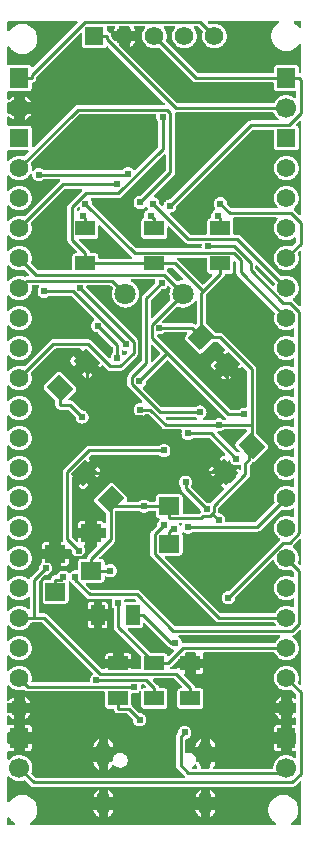
<source format=gbl>
G04 Layer: BottomLayer*
G04 EasyEDA v6.5.22, 2023-04-11 13:21:22*
G04 98130e1011dd41a8879dcb9a727c9930,770f52a9c06342aeb7d9f723a0e8078a,10*
G04 Gerber Generator version 0.2*
G04 Scale: 100 percent, Rotated: No, Reflected: No *
G04 Dimensions in inches *
G04 leading zeros omitted , absolute positions ,3 integer and 6 decimal *
%FSLAX36Y36*%
%MOIN*%

%AMMACRO1*21,1,$1,$2,0,0,$3*%
%ADD10C,0.0100*%
%ADD11R,0.0670X0.0475*%
%ADD12MACRO1,0.067X0.0475X0.0000*%
%ADD13R,0.0680X0.0585*%
%ADD14MACRO1,0.068X0.0585X0.0000*%
%ADD15MACRO1,0.067X0.0475X90.0000*%
%ADD16MACRO1,0.068X0.0585X-45.0000*%
%ADD17MACRO1,0.068X0.0585X-134.9994*%
%ADD18MACRO1,0.068X0.0585X-137.0001*%
%ADD19MACRO1,0.068X0.0585X135.0000*%
%ADD20R,0.0620X0.0669*%
%ADD21C,0.0669*%
%ADD22O,0.047244X0.07873999999999999*%
%ADD23O,0.047244X0.09055099999999999*%
%ADD24C,0.0620*%
%ADD25R,0.0620X0.0620*%
%ADD26C,0.0709*%
%ADD27C,0.0240*%
%ADD28C,0.0163*%

%LPD*%
G36*
X985160Y-35140D02*
G01*
X983560Y-34500D01*
X982380Y-33260D01*
X981300Y-31480D01*
X977560Y-26720D01*
X973280Y-22440D01*
X968520Y-18700D01*
X966740Y-17620D01*
X965500Y-16440D01*
X964860Y-14840D01*
X964960Y-13120D01*
X965759Y-11600D01*
X967140Y-10560D01*
X968820Y-10200D01*
X985800Y-10200D01*
X987340Y-10500D01*
X988620Y-11379D01*
X989500Y-12660D01*
X989800Y-14200D01*
X989800Y-31180D01*
X989440Y-32860D01*
X988400Y-34240D01*
X986880Y-35040D01*
G37*

%LPD*%
G36*
X94100Y-164500D02*
G01*
X92660Y-164340D01*
X91400Y-163680D01*
X90440Y-162600D01*
X88940Y-160180D01*
X87340Y-158580D01*
X85420Y-157360D01*
X83260Y-156620D01*
X80780Y-156340D01*
X19220Y-156340D01*
X16740Y-156620D01*
X15520Y-157040D01*
X14020Y-157260D01*
X12540Y-156900D01*
X11299Y-156020D01*
X10480Y-154760D01*
X10200Y-153260D01*
X10200Y-98820D01*
X10560Y-97140D01*
X11600Y-95760D01*
X13120Y-94960D01*
X14840Y-94860D01*
X16440Y-95500D01*
X17620Y-96740D01*
X18700Y-98520D01*
X22440Y-103280D01*
X26720Y-107560D01*
X31480Y-111300D01*
X36680Y-114440D01*
X42200Y-116940D01*
X47980Y-118740D01*
X53940Y-119820D01*
X60000Y-120200D01*
X66060Y-119820D01*
X72020Y-118740D01*
X77800Y-116940D01*
X83320Y-114440D01*
X88520Y-111300D01*
X93280Y-107560D01*
X97560Y-103280D01*
X101300Y-98520D01*
X104440Y-93320D01*
X106940Y-87800D01*
X108740Y-82020D01*
X109820Y-76060D01*
X110200Y-70000D01*
X109820Y-63940D01*
X108740Y-57980D01*
X106940Y-52200D01*
X104440Y-46680D01*
X101300Y-41480D01*
X97560Y-36720D01*
X93280Y-32440D01*
X88520Y-28700D01*
X83320Y-25560D01*
X77800Y-23060D01*
X72020Y-21260D01*
X66060Y-20179D01*
X60000Y-19800D01*
X53940Y-20179D01*
X47980Y-21260D01*
X42200Y-23060D01*
X36680Y-25560D01*
X31480Y-28700D01*
X26720Y-32440D01*
X22440Y-36720D01*
X18700Y-41480D01*
X17620Y-43259D01*
X16440Y-44500D01*
X14840Y-45140D01*
X13120Y-45039D01*
X11600Y-44240D01*
X10560Y-42859D01*
X10200Y-41180D01*
X10200Y-14200D01*
X10500Y-12660D01*
X11379Y-11379D01*
X12660Y-10500D01*
X14200Y-10200D01*
X240159Y-10200D01*
X241680Y-10500D01*
X242979Y-11379D01*
X243860Y-12660D01*
X244160Y-14200D01*
X243860Y-15740D01*
X242979Y-17020D01*
X96679Y-163340D01*
X95480Y-164160D01*
G37*

%LPD*%
G36*
X985340Y-185159D02*
G01*
X983360Y-184660D01*
X982220Y-183780D01*
X981460Y-182540D01*
X981200Y-181119D01*
X981200Y-166759D01*
X980920Y-164280D01*
X980160Y-162120D01*
X978960Y-160200D01*
X977340Y-158580D01*
X975420Y-157360D01*
X973259Y-156620D01*
X970780Y-156340D01*
X909220Y-156340D01*
X906740Y-156620D01*
X904580Y-157360D01*
X902660Y-158580D01*
X901040Y-160200D01*
X899840Y-162120D01*
X899080Y-164280D01*
X898800Y-166759D01*
X898800Y-180799D01*
X898500Y-182340D01*
X897620Y-183619D01*
X896340Y-184500D01*
X894800Y-184800D01*
X647960Y-184800D01*
X646420Y-184500D01*
X645120Y-183619D01*
X539620Y-78120D01*
X538780Y-76900D01*
X538440Y-75460D01*
X538660Y-74000D01*
X539780Y-70660D01*
X540840Y-65380D01*
X541200Y-60000D01*
X540840Y-54620D01*
X539780Y-49340D01*
X538060Y-44240D01*
X535680Y-39400D01*
X532680Y-34920D01*
X531800Y-33920D01*
X531040Y-32599D01*
X530800Y-31100D01*
X531160Y-29620D01*
X532040Y-28400D01*
X533320Y-27559D01*
X534800Y-27280D01*
X565200Y-27280D01*
X566680Y-27559D01*
X567960Y-28400D01*
X568840Y-29620D01*
X569200Y-31100D01*
X568960Y-32599D01*
X568200Y-33920D01*
X567320Y-34920D01*
X564320Y-39400D01*
X561940Y-44240D01*
X560220Y-49340D01*
X559160Y-54620D01*
X558800Y-60000D01*
X559160Y-65380D01*
X560220Y-70660D01*
X561940Y-75760D01*
X564320Y-80600D01*
X567320Y-85079D01*
X570880Y-89120D01*
X574920Y-92680D01*
X579400Y-95680D01*
X584240Y-98059D01*
X589340Y-99780D01*
X594620Y-100840D01*
X600000Y-101199D01*
X605380Y-100840D01*
X610660Y-99780D01*
X615760Y-98059D01*
X620600Y-95680D01*
X625080Y-92680D01*
X629120Y-89120D01*
X632680Y-85079D01*
X635680Y-80600D01*
X638060Y-75760D01*
X639780Y-70660D01*
X640840Y-65380D01*
X641200Y-60000D01*
X640840Y-54620D01*
X639780Y-49340D01*
X638060Y-44240D01*
X635680Y-39400D01*
X632680Y-34920D01*
X631800Y-33920D01*
X631040Y-32599D01*
X630800Y-31100D01*
X631160Y-29620D01*
X632040Y-28400D01*
X633320Y-27559D01*
X634800Y-27280D01*
X644120Y-27280D01*
X645660Y-27580D01*
X646960Y-28460D01*
X660380Y-41880D01*
X661220Y-43099D01*
X661560Y-44540D01*
X661340Y-46000D01*
X660220Y-49340D01*
X659160Y-54620D01*
X658800Y-60000D01*
X659160Y-65380D01*
X660220Y-70660D01*
X661940Y-75760D01*
X664320Y-80600D01*
X667320Y-85079D01*
X670879Y-89120D01*
X674920Y-92680D01*
X679400Y-95680D01*
X684240Y-98059D01*
X689340Y-99780D01*
X694620Y-100840D01*
X700000Y-101199D01*
X705380Y-100840D01*
X710660Y-99780D01*
X715759Y-98059D01*
X720600Y-95680D01*
X725080Y-92680D01*
X729120Y-89120D01*
X732680Y-85079D01*
X735680Y-80600D01*
X738060Y-75760D01*
X739780Y-70660D01*
X740840Y-65380D01*
X741200Y-60000D01*
X740840Y-54620D01*
X739780Y-49340D01*
X738060Y-44240D01*
X735680Y-39400D01*
X732680Y-34920D01*
X729120Y-30880D01*
X725080Y-27320D01*
X720600Y-24320D01*
X715759Y-21940D01*
X710660Y-20219D01*
X705380Y-19160D01*
X700000Y-18800D01*
X694620Y-19160D01*
X689340Y-20219D01*
X686000Y-21340D01*
X684539Y-21560D01*
X683100Y-21220D01*
X681880Y-20379D01*
X678520Y-17020D01*
X677660Y-15740D01*
X677360Y-14200D01*
X677660Y-12660D01*
X678520Y-11379D01*
X679820Y-10500D01*
X681360Y-10200D01*
X911180Y-10200D01*
X912860Y-10560D01*
X914240Y-11600D01*
X915040Y-13120D01*
X915140Y-14840D01*
X914500Y-16440D01*
X913259Y-17620D01*
X911480Y-18700D01*
X906720Y-22440D01*
X902440Y-26720D01*
X898700Y-31480D01*
X895560Y-36680D01*
X893060Y-42200D01*
X891260Y-47980D01*
X890180Y-53940D01*
X889800Y-60000D01*
X890180Y-66060D01*
X891260Y-72020D01*
X893060Y-77800D01*
X895560Y-83320D01*
X898700Y-88520D01*
X902440Y-93280D01*
X906720Y-97560D01*
X911480Y-101300D01*
X916680Y-104440D01*
X922200Y-106940D01*
X927980Y-108740D01*
X933940Y-109820D01*
X940000Y-110200D01*
X946060Y-109820D01*
X952020Y-108740D01*
X957800Y-106940D01*
X963319Y-104440D01*
X968520Y-101300D01*
X973280Y-97560D01*
X977560Y-93280D01*
X981300Y-88520D01*
X982380Y-86740D01*
X983560Y-85500D01*
X985160Y-84860D01*
X986880Y-84960D01*
X988400Y-85760D01*
X989440Y-87140D01*
X989800Y-88820D01*
X989800Y-181180D01*
X989460Y-182820D01*
X988460Y-184160D01*
X987020Y-185000D01*
G37*

%LPD*%
G36*
X579460Y-284800D02*
G01*
X577940Y-284500D01*
X576640Y-283620D01*
X383180Y-90160D01*
X382299Y-88859D01*
X382000Y-87340D01*
X382000Y-78000D01*
X372660Y-78000D01*
X371140Y-77700D01*
X369840Y-76820D01*
X358380Y-65380D01*
X357520Y-64080D01*
X357220Y-62539D01*
X357220Y-60199D01*
X356900Y-57040D01*
X356040Y-54200D01*
X354640Y-51560D01*
X352740Y-49260D01*
X350439Y-47380D01*
X347819Y-45980D01*
X343400Y-44680D01*
X342239Y-43800D01*
X341460Y-42560D01*
X341200Y-41120D01*
X341200Y-31280D01*
X341500Y-29740D01*
X342380Y-28460D01*
X343660Y-27580D01*
X345200Y-27280D01*
X365200Y-27280D01*
X366680Y-27559D01*
X367960Y-28400D01*
X368840Y-29620D01*
X369200Y-31100D01*
X368960Y-32599D01*
X368200Y-33920D01*
X367320Y-34920D01*
X364320Y-39400D01*
X363040Y-42000D01*
X382000Y-42000D01*
X382000Y-31280D01*
X382299Y-29740D01*
X383180Y-28460D01*
X384460Y-27580D01*
X386000Y-27280D01*
X414000Y-27280D01*
X415540Y-27580D01*
X416820Y-28460D01*
X417700Y-29740D01*
X418000Y-31280D01*
X418000Y-42000D01*
X436960Y-42000D01*
X435680Y-39400D01*
X432680Y-34920D01*
X431800Y-33920D01*
X431040Y-32599D01*
X430800Y-31100D01*
X431160Y-29620D01*
X432040Y-28400D01*
X433320Y-27559D01*
X434799Y-27280D01*
X465200Y-27280D01*
X466680Y-27559D01*
X467960Y-28400D01*
X468840Y-29620D01*
X469200Y-31100D01*
X468960Y-32599D01*
X468200Y-33920D01*
X467320Y-34920D01*
X464320Y-39400D01*
X461940Y-44240D01*
X460220Y-49340D01*
X459159Y-54620D01*
X458800Y-60000D01*
X459159Y-65380D01*
X460220Y-70660D01*
X461940Y-75760D01*
X464320Y-80600D01*
X467320Y-85079D01*
X470880Y-89120D01*
X474920Y-92680D01*
X479400Y-95680D01*
X484240Y-98059D01*
X489340Y-99780D01*
X494620Y-100840D01*
X500000Y-101199D01*
X505379Y-100840D01*
X510660Y-99780D01*
X514000Y-98660D01*
X515460Y-98440D01*
X516900Y-98780D01*
X518120Y-99620D01*
X629120Y-210600D01*
X631560Y-212620D01*
X634200Y-214020D01*
X637040Y-214880D01*
X640200Y-215200D01*
X894800Y-215200D01*
X896340Y-215500D01*
X897620Y-216380D01*
X898500Y-217659D01*
X898800Y-219200D01*
X898800Y-233240D01*
X899080Y-235720D01*
X899840Y-237880D01*
X901040Y-239800D01*
X902660Y-241420D01*
X904580Y-242640D01*
X906740Y-243380D01*
X909220Y-243660D01*
X968720Y-243660D01*
X970260Y-243960D01*
X971540Y-244840D01*
X972420Y-246140D01*
X972720Y-247659D01*
X972720Y-262079D01*
X972340Y-263800D01*
X971260Y-265180D01*
X969680Y-265960D01*
X967940Y-266000D01*
X966320Y-265280D01*
X963820Y-263420D01*
X958940Y-260660D01*
X953760Y-258560D01*
X948340Y-257140D01*
X942800Y-256439D01*
X937200Y-256439D01*
X931660Y-257140D01*
X926240Y-258560D01*
X921060Y-260660D01*
X916180Y-263420D01*
X911700Y-266760D01*
X907680Y-270640D01*
X904200Y-275020D01*
X901300Y-279800D01*
X900140Y-282420D01*
X899260Y-283680D01*
X897980Y-284500D01*
X896480Y-284800D01*
G37*

%LPC*%
G36*
X418000Y-96960D02*
G01*
X420600Y-95680D01*
X425080Y-92680D01*
X429120Y-89120D01*
X432680Y-85079D01*
X435680Y-80600D01*
X436960Y-78000D01*
X418000Y-78000D01*
G37*

%LPD*%
G36*
X95200Y-431640D02*
G01*
X93660Y-431340D01*
X92380Y-430480D01*
X91500Y-429180D01*
X91199Y-427640D01*
X91199Y-369219D01*
X90920Y-366740D01*
X90160Y-364580D01*
X88960Y-362660D01*
X87340Y-361040D01*
X85420Y-359840D01*
X83260Y-359080D01*
X80780Y-358800D01*
X19220Y-358800D01*
X16740Y-359080D01*
X15520Y-359500D01*
X14020Y-359720D01*
X12540Y-359380D01*
X11299Y-358500D01*
X10480Y-357220D01*
X10200Y-355740D01*
X10200Y-331340D01*
X10520Y-329780D01*
X11419Y-328459D01*
X12760Y-327600D01*
X14320Y-327340D01*
X15880Y-327700D01*
X17160Y-328640D01*
X19620Y-331360D01*
X23880Y-334980D01*
X28580Y-338040D01*
X30760Y-339099D01*
X30760Y-319240D01*
X14200Y-319240D01*
X12660Y-318920D01*
X11379Y-318060D01*
X10500Y-316760D01*
X10200Y-315240D01*
X10200Y-284760D01*
X10500Y-283240D01*
X11379Y-281940D01*
X12660Y-281080D01*
X14200Y-280760D01*
X30760Y-280760D01*
X30760Y-260840D01*
X26180Y-263420D01*
X21700Y-266760D01*
X16060Y-272140D01*
X14500Y-272580D01*
X12880Y-272380D01*
X11480Y-271540D01*
X10540Y-270200D01*
X10200Y-268600D01*
X10200Y-246740D01*
X10480Y-245240D01*
X11299Y-243980D01*
X12540Y-243100D01*
X14020Y-242740D01*
X15520Y-242960D01*
X16740Y-243380D01*
X19220Y-243660D01*
X80780Y-243660D01*
X83260Y-243380D01*
X85420Y-242640D01*
X87340Y-241420D01*
X88960Y-239800D01*
X90160Y-237880D01*
X90920Y-235720D01*
X91199Y-233240D01*
X91199Y-218880D01*
X91460Y-217440D01*
X92240Y-216200D01*
X93400Y-215320D01*
X97820Y-214020D01*
X100440Y-212620D01*
X102739Y-210740D01*
X104640Y-208440D01*
X106039Y-205799D01*
X106900Y-202960D01*
X107220Y-199800D01*
X107220Y-197460D01*
X107520Y-195920D01*
X108379Y-194620D01*
X251980Y-51040D01*
X253260Y-50160D01*
X254800Y-49860D01*
X256340Y-50160D01*
X257620Y-51040D01*
X258500Y-52340D01*
X258800Y-53860D01*
X258800Y-90780D01*
X259080Y-93260D01*
X259840Y-95420D01*
X261040Y-97340D01*
X262660Y-98960D01*
X264580Y-100160D01*
X266740Y-100920D01*
X269220Y-101199D01*
X330780Y-101199D01*
X333260Y-100920D01*
X335420Y-100160D01*
X337340Y-98960D01*
X338960Y-97340D01*
X339520Y-96440D01*
X340500Y-95380D01*
X341760Y-94720D01*
X343180Y-94560D01*
X344560Y-94920D01*
X345740Y-95740D01*
X533820Y-283820D01*
X534700Y-285100D01*
X535000Y-286640D01*
X534700Y-288180D01*
X533820Y-289460D01*
X532520Y-290340D01*
X531000Y-290640D01*
X244360Y-290640D01*
X241200Y-290960D01*
X238359Y-291820D01*
X235720Y-293220D01*
X233280Y-295240D01*
X98020Y-430480D01*
X96740Y-431340D01*
G37*

%LPC*%
G36*
X69240Y-339099D02*
G01*
X71420Y-338040D01*
X76120Y-334980D01*
X80380Y-331360D01*
X84140Y-327220D01*
X87340Y-322640D01*
X89100Y-319240D01*
X69240Y-319240D01*
G37*
G36*
X69240Y-280760D02*
G01*
X89140Y-280760D01*
X88699Y-279800D01*
X85800Y-275020D01*
X82320Y-270640D01*
X78300Y-266760D01*
X73820Y-263420D01*
X69240Y-260840D01*
G37*

%LPD*%
G36*
X14380Y-476420D02*
G01*
X12800Y-476160D01*
X11439Y-475300D01*
X10520Y-473980D01*
X10200Y-472420D01*
X10200Y-444280D01*
X10480Y-442780D01*
X11299Y-441500D01*
X12540Y-440620D01*
X14020Y-440280D01*
X15520Y-440500D01*
X16740Y-440920D01*
X19220Y-441200D01*
X77640Y-441200D01*
X79180Y-441500D01*
X80480Y-442380D01*
X81340Y-443660D01*
X81640Y-445200D01*
X81340Y-446740D01*
X80480Y-448020D01*
X68120Y-460379D01*
X66900Y-461220D01*
X65460Y-461560D01*
X64000Y-461340D01*
X60660Y-460220D01*
X55380Y-459159D01*
X50000Y-458800D01*
X44620Y-459159D01*
X39340Y-460220D01*
X34240Y-461940D01*
X29400Y-464320D01*
X24920Y-467320D01*
X20880Y-470880D01*
X17200Y-475060D01*
X15920Y-476019D01*
G37*

%LPD*%
G36*
X94780Y-509140D02*
G01*
X93219Y-508780D01*
X91920Y-507840D01*
X91100Y-506460D01*
X90879Y-504880D01*
X91199Y-500000D01*
X90840Y-494620D01*
X89780Y-489340D01*
X88660Y-486000D01*
X88440Y-484540D01*
X88780Y-483100D01*
X89620Y-481880D01*
X249280Y-322220D01*
X250580Y-321340D01*
X252120Y-321040D01*
X502640Y-321040D01*
X504240Y-321380D01*
X505600Y-322340D01*
X506420Y-323780D01*
X506620Y-325420D01*
X506200Y-329799D01*
X506540Y-333640D01*
X507540Y-337380D01*
X509159Y-340880D01*
X511380Y-344060D01*
X512000Y-344680D01*
X512879Y-345980D01*
X513180Y-347500D01*
X513180Y-428720D01*
X512879Y-430260D01*
X512000Y-431560D01*
X436640Y-506920D01*
X435180Y-507860D01*
X433459Y-508080D01*
X431820Y-507560D01*
X430540Y-506380D01*
X429280Y-504580D01*
X426540Y-501860D01*
X423380Y-499640D01*
X419860Y-498000D01*
X416140Y-497000D01*
X412280Y-496659D01*
X408420Y-497000D01*
X404700Y-498000D01*
X401180Y-499640D01*
X398020Y-501860D01*
X395280Y-504580D01*
X394040Y-506000D01*
X392920Y-506599D01*
X391659Y-506800D01*
X132620Y-506800D01*
X131100Y-506500D01*
X129800Y-505620D01*
X129179Y-505000D01*
X126000Y-502780D01*
X122500Y-501160D01*
X118760Y-500160D01*
X114920Y-499820D01*
X111060Y-500160D01*
X107320Y-501160D01*
X103820Y-502780D01*
X100640Y-505000D01*
X97700Y-507960D01*
X96359Y-508840D01*
G37*

%LPD*%
G36*
X525720Y-626420D02*
G01*
X524240Y-626100D01*
X523000Y-625260D01*
X518280Y-620540D01*
X517480Y-619400D01*
X517120Y-618060D01*
X516840Y-614900D01*
X515840Y-611160D01*
X514219Y-607660D01*
X512000Y-604480D01*
X509260Y-601760D01*
X506100Y-599540D01*
X502580Y-597900D01*
X500240Y-597280D01*
X498760Y-596520D01*
X497700Y-595220D01*
X497280Y-593620D01*
X497540Y-591980D01*
X498440Y-590580D01*
X563960Y-525060D01*
X565980Y-522600D01*
X567380Y-519980D01*
X568240Y-517140D01*
X568560Y-513980D01*
X568560Y-319200D01*
X568860Y-317660D01*
X569740Y-316380D01*
X571020Y-315500D01*
X572560Y-315200D01*
X896380Y-315200D01*
X897800Y-315460D01*
X899040Y-316220D01*
X899940Y-317360D01*
X902680Y-322640D01*
X905860Y-327220D01*
X909620Y-331360D01*
X913500Y-334660D01*
X914500Y-335920D01*
X914900Y-337480D01*
X914659Y-339080D01*
X913800Y-340460D01*
X912480Y-341380D01*
X910900Y-341700D01*
X821260Y-341700D01*
X818100Y-342020D01*
X815260Y-342879D01*
X812620Y-344280D01*
X810180Y-346300D01*
X553480Y-602980D01*
X552340Y-603780D01*
X551000Y-604140D01*
X547840Y-604420D01*
X544100Y-605420D01*
X540600Y-607060D01*
X537420Y-609280D01*
X534700Y-612000D01*
X532480Y-615180D01*
X530840Y-618680D01*
X529400Y-624220D01*
X528480Y-625420D01*
X527200Y-626180D01*
G37*

%LPD*%
G36*
X245340Y-643080D02*
G01*
X243600Y-643000D01*
X242060Y-642200D01*
X241020Y-640840D01*
X240640Y-638880D01*
X240940Y-637340D01*
X241820Y-636040D01*
X246100Y-631740D01*
X247560Y-630820D01*
X249280Y-630600D01*
X250940Y-631120D01*
X252220Y-632280D01*
X253160Y-633620D01*
X253820Y-635220D01*
X253740Y-636940D01*
X252940Y-638480D01*
X251560Y-639540D01*
X250020Y-640260D01*
X246940Y-642420D01*
G37*

%LPD*%
G36*
X14380Y-676420D02*
G01*
X12800Y-676160D01*
X11439Y-675300D01*
X10520Y-673980D01*
X10200Y-672420D01*
X10200Y-627580D01*
X10520Y-626020D01*
X11439Y-624700D01*
X12800Y-623840D01*
X14380Y-623580D01*
X15920Y-623980D01*
X17200Y-624940D01*
X20880Y-629120D01*
X24920Y-632680D01*
X29400Y-635680D01*
X34240Y-638060D01*
X39340Y-639780D01*
X44620Y-640840D01*
X50000Y-641200D01*
X55380Y-640840D01*
X60660Y-639780D01*
X65760Y-638060D01*
X70600Y-635680D01*
X75080Y-632680D01*
X79120Y-629120D01*
X82680Y-625080D01*
X85680Y-620600D01*
X88059Y-615760D01*
X89780Y-610660D01*
X90840Y-605380D01*
X91199Y-600000D01*
X90840Y-594620D01*
X89780Y-589340D01*
X88059Y-584240D01*
X85680Y-579400D01*
X82680Y-574920D01*
X79120Y-570880D01*
X75080Y-567320D01*
X70600Y-564320D01*
X65760Y-561940D01*
X60660Y-560220D01*
X55380Y-559160D01*
X50000Y-558800D01*
X44620Y-559160D01*
X39340Y-560220D01*
X34240Y-561940D01*
X29400Y-564320D01*
X24920Y-567320D01*
X20880Y-570880D01*
X17200Y-575060D01*
X15920Y-576020D01*
X14380Y-576420D01*
X12800Y-576160D01*
X11439Y-575300D01*
X10520Y-573980D01*
X10200Y-572420D01*
X10200Y-527580D01*
X10520Y-526020D01*
X11439Y-524700D01*
X12800Y-523840D01*
X14380Y-523579D01*
X15920Y-523980D01*
X17200Y-524940D01*
X20880Y-529120D01*
X24920Y-532680D01*
X29400Y-535680D01*
X34240Y-538060D01*
X39340Y-539780D01*
X44620Y-540840D01*
X50000Y-541200D01*
X55380Y-540840D01*
X60660Y-539780D01*
X65760Y-538060D01*
X70600Y-535680D01*
X75080Y-532680D01*
X79120Y-529120D01*
X82680Y-525080D01*
X85480Y-520880D01*
X86640Y-519739D01*
X88160Y-519159D01*
X89800Y-519240D01*
X91260Y-519940D01*
X92320Y-521200D01*
X92800Y-522760D01*
X93059Y-525860D01*
X94060Y-529580D01*
X95700Y-533100D01*
X97920Y-536260D01*
X100640Y-539000D01*
X103820Y-541220D01*
X107320Y-542840D01*
X111060Y-543840D01*
X114920Y-544180D01*
X118760Y-543840D01*
X122500Y-542840D01*
X126000Y-541220D01*
X129179Y-539000D01*
X129800Y-538380D01*
X131100Y-537500D01*
X132620Y-537200D01*
X181640Y-537200D01*
X183180Y-537500D01*
X184480Y-538380D01*
X185340Y-539660D01*
X185640Y-541200D01*
X185340Y-542740D01*
X184480Y-544020D01*
X68120Y-660380D01*
X66900Y-661220D01*
X65460Y-661560D01*
X64000Y-661340D01*
X60660Y-660220D01*
X55380Y-659160D01*
X50000Y-658800D01*
X44620Y-659160D01*
X39340Y-660220D01*
X34240Y-661940D01*
X29400Y-664320D01*
X24920Y-667320D01*
X20880Y-670879D01*
X17200Y-675060D01*
X15920Y-676020D01*
G37*

%LPD*%
G36*
X621440Y-722039D02*
G01*
X619920Y-721740D01*
X618620Y-720860D01*
X552700Y-654960D01*
X551860Y-653720D01*
X551540Y-652240D01*
X551780Y-650759D01*
X552540Y-649479D01*
X553740Y-648560D01*
X559280Y-647120D01*
X562780Y-645480D01*
X565960Y-643259D01*
X568680Y-640540D01*
X570900Y-637360D01*
X572540Y-633860D01*
X573540Y-630120D01*
X573820Y-626960D01*
X574180Y-625620D01*
X574980Y-624480D01*
X826180Y-373280D01*
X827480Y-372400D01*
X829020Y-372100D01*
X894800Y-372100D01*
X896340Y-372400D01*
X897620Y-373280D01*
X898500Y-374560D01*
X898800Y-376100D01*
X898800Y-430780D01*
X899080Y-433260D01*
X899840Y-435420D01*
X901040Y-437340D01*
X902660Y-438960D01*
X904580Y-440160D01*
X906740Y-440920D01*
X909220Y-441200D01*
X970780Y-441200D01*
X973259Y-440920D01*
X975420Y-440160D01*
X977340Y-438960D01*
X978960Y-437340D01*
X980160Y-435420D01*
X980920Y-433260D01*
X981200Y-430780D01*
X981200Y-369219D01*
X980920Y-366740D01*
X980160Y-364580D01*
X978960Y-362660D01*
X977340Y-361040D01*
X975420Y-359840D01*
X974419Y-359480D01*
X973040Y-358660D01*
X972099Y-357360D01*
X971740Y-355800D01*
X972020Y-354219D01*
X972900Y-352879D01*
X982980Y-342819D01*
X984260Y-341940D01*
X985800Y-341640D01*
X987340Y-341940D01*
X988620Y-342819D01*
X989500Y-344120D01*
X989800Y-345640D01*
X989800Y-653700D01*
X989500Y-655240D01*
X988620Y-656540D01*
X987340Y-657400D01*
X985800Y-657700D01*
X984260Y-657400D01*
X982980Y-656540D01*
X965819Y-639400D01*
X965120Y-638820D01*
X964060Y-637460D01*
X963660Y-635800D01*
X964020Y-634100D01*
X965040Y-632720D01*
X969120Y-629120D01*
X972680Y-625080D01*
X975680Y-620600D01*
X978060Y-615760D01*
X979780Y-610660D01*
X980840Y-605380D01*
X981200Y-600000D01*
X980840Y-594620D01*
X979780Y-589340D01*
X978060Y-584240D01*
X975680Y-579400D01*
X972680Y-574920D01*
X969120Y-570880D01*
X965080Y-567320D01*
X960600Y-564320D01*
X955759Y-561940D01*
X950660Y-560220D01*
X945380Y-559160D01*
X940000Y-558800D01*
X934620Y-559160D01*
X929340Y-560220D01*
X924240Y-561940D01*
X919400Y-564320D01*
X914920Y-567320D01*
X910879Y-570880D01*
X907320Y-574920D01*
X904320Y-579400D01*
X901940Y-584240D01*
X900220Y-589340D01*
X899160Y-594620D01*
X898800Y-600000D01*
X899160Y-605380D01*
X900220Y-610660D01*
X901940Y-615760D01*
X904320Y-620600D01*
X907320Y-625080D01*
X910020Y-628160D01*
X910800Y-629480D01*
X911020Y-630980D01*
X910660Y-632460D01*
X909780Y-633680D01*
X908520Y-634520D01*
X907020Y-634800D01*
X758860Y-634800D01*
X757320Y-634500D01*
X756020Y-633620D01*
X743280Y-620880D01*
X742480Y-619740D01*
X742120Y-618400D01*
X741840Y-615240D01*
X740840Y-611520D01*
X739220Y-608000D01*
X737000Y-604840D01*
X734260Y-602100D01*
X731100Y-599880D01*
X727580Y-598260D01*
X723860Y-597260D01*
X720000Y-596920D01*
X716140Y-597260D01*
X712420Y-598260D01*
X708900Y-599880D01*
X705740Y-602100D01*
X703000Y-604840D01*
X700780Y-608000D01*
X699160Y-611520D01*
X698160Y-615240D01*
X697820Y-619100D01*
X698160Y-622960D01*
X699160Y-626680D01*
X700780Y-630200D01*
X703860Y-634640D01*
X704180Y-636120D01*
X703920Y-637640D01*
X703120Y-638920D01*
X701880Y-639820D01*
X700040Y-640680D01*
X696880Y-642900D01*
X694140Y-645620D01*
X691919Y-648800D01*
X690300Y-652300D01*
X689300Y-656040D01*
X688960Y-659900D01*
X689280Y-663600D01*
X689120Y-665120D01*
X688400Y-666480D01*
X687200Y-667460D01*
X685740Y-667920D01*
X684260Y-668100D01*
X682099Y-668840D01*
X680180Y-670060D01*
X678560Y-671660D01*
X677340Y-673600D01*
X676600Y-675740D01*
X676320Y-678240D01*
X676320Y-718040D01*
X676020Y-719580D01*
X675140Y-720860D01*
X673840Y-721740D01*
X672320Y-722039D01*
G37*

%LPC*%
G36*
X940000Y-541200D02*
G01*
X945380Y-540840D01*
X950660Y-539780D01*
X955759Y-538060D01*
X960600Y-535680D01*
X965080Y-532680D01*
X969120Y-529120D01*
X972680Y-525080D01*
X975680Y-520600D01*
X978060Y-515760D01*
X979780Y-510660D01*
X980840Y-505379D01*
X981200Y-500000D01*
X980840Y-494620D01*
X979780Y-489340D01*
X978060Y-484240D01*
X975680Y-479400D01*
X972680Y-474920D01*
X969120Y-470880D01*
X965080Y-467320D01*
X960600Y-464320D01*
X955759Y-461940D01*
X950660Y-460220D01*
X945380Y-459159D01*
X940000Y-458800D01*
X934620Y-459159D01*
X929340Y-460220D01*
X924240Y-461940D01*
X919400Y-464320D01*
X914920Y-467320D01*
X910879Y-470880D01*
X907320Y-474920D01*
X904320Y-479400D01*
X901940Y-484240D01*
X900220Y-489340D01*
X899160Y-494620D01*
X898800Y-500000D01*
X899160Y-505379D01*
X900220Y-510660D01*
X901940Y-515760D01*
X904320Y-520600D01*
X907320Y-525080D01*
X910879Y-529120D01*
X914920Y-532680D01*
X919400Y-535680D01*
X924240Y-538060D01*
X929340Y-539780D01*
X934620Y-540840D01*
G37*

%LPD*%
G36*
X442180Y-768180D02*
G01*
X440660Y-767880D01*
X439360Y-767000D01*
X293280Y-620940D01*
X292480Y-619800D01*
X292120Y-618460D01*
X291840Y-615300D01*
X290840Y-611560D01*
X289220Y-608060D01*
X288080Y-606440D01*
X287420Y-604840D01*
X287500Y-603120D01*
X288300Y-601580D01*
X289660Y-600520D01*
X291360Y-600160D01*
X379920Y-600160D01*
X383080Y-599840D01*
X385920Y-598980D01*
X388540Y-597580D01*
X391000Y-595560D01*
X531340Y-455220D01*
X532620Y-454360D01*
X534160Y-454060D01*
X535700Y-454360D01*
X536980Y-455220D01*
X537860Y-456520D01*
X538160Y-458060D01*
X538160Y-506220D01*
X537860Y-507740D01*
X536980Y-509040D01*
X454900Y-591140D01*
X453760Y-591940D01*
X452420Y-592300D01*
X449260Y-592580D01*
X445520Y-593580D01*
X442020Y-595200D01*
X438840Y-597420D01*
X436120Y-600160D01*
X433900Y-603320D01*
X432260Y-606840D01*
X431260Y-610560D01*
X430920Y-614420D01*
X431260Y-618280D01*
X432260Y-622000D01*
X433900Y-625520D01*
X436120Y-628680D01*
X438840Y-631420D01*
X442020Y-633640D01*
X445520Y-635260D01*
X449260Y-636260D01*
X453120Y-636600D01*
X456960Y-636260D01*
X460700Y-635260D01*
X464200Y-633640D01*
X467380Y-631420D01*
X469600Y-629180D01*
X471060Y-628260D01*
X472780Y-628040D01*
X474420Y-628560D01*
X475700Y-629720D01*
X478860Y-634280D01*
X479180Y-635780D01*
X478920Y-637280D01*
X478100Y-638560D01*
X476300Y-639720D01*
X473140Y-641940D01*
X470400Y-644680D01*
X468180Y-647840D01*
X466560Y-651360D01*
X465560Y-655080D01*
X465220Y-658940D01*
X465560Y-662800D01*
X465780Y-663640D01*
X465880Y-665120D01*
X465460Y-666540D01*
X464520Y-667700D01*
X463240Y-668439D01*
X462100Y-668840D01*
X460180Y-670060D01*
X458560Y-671660D01*
X457340Y-673600D01*
X456599Y-675740D01*
X456320Y-678240D01*
X456320Y-725320D01*
X456599Y-727820D01*
X457340Y-729960D01*
X458560Y-731900D01*
X460180Y-733500D01*
X462100Y-734720D01*
X464260Y-735480D01*
X466740Y-735759D01*
X533260Y-735759D01*
X535740Y-735480D01*
X537900Y-734720D01*
X539820Y-733500D01*
X541440Y-731900D01*
X542660Y-729960D01*
X543400Y-727820D01*
X543680Y-725320D01*
X543680Y-698580D01*
X543980Y-697060D01*
X544860Y-695759D01*
X546160Y-694900D01*
X547680Y-694580D01*
X549220Y-694900D01*
X550520Y-695759D01*
X602600Y-747840D01*
X605060Y-749860D01*
X607680Y-751260D01*
X610520Y-752120D01*
X613680Y-752440D01*
X653540Y-752440D01*
X655160Y-752780D01*
X656500Y-753740D01*
X657340Y-755160D01*
X657540Y-756780D01*
X657220Y-760320D01*
X657540Y-763840D01*
X657340Y-765460D01*
X656500Y-766880D01*
X655160Y-767840D01*
X653540Y-768180D01*
G37*

%LPD*%
G36*
X317680Y-803020D02*
G01*
X316160Y-802720D01*
X314860Y-801840D01*
X313980Y-800560D01*
X313680Y-799020D01*
X313680Y-794680D01*
X313400Y-792180D01*
X312660Y-790040D01*
X311440Y-788100D01*
X309820Y-786500D01*
X307900Y-785280D01*
X305740Y-784520D01*
X303260Y-784240D01*
X288880Y-784240D01*
X287440Y-783980D01*
X286200Y-783220D01*
X285320Y-782039D01*
X284020Y-777640D01*
X282620Y-775000D01*
X280600Y-772560D01*
X250640Y-742580D01*
X249760Y-741280D01*
X249460Y-739760D01*
X249760Y-738220D01*
X250640Y-736919D01*
X251940Y-736060D01*
X253460Y-735759D01*
X303260Y-735759D01*
X305740Y-735480D01*
X307900Y-734720D01*
X309820Y-733500D01*
X311440Y-731900D01*
X312660Y-729960D01*
X313400Y-727820D01*
X313680Y-725320D01*
X313680Y-693980D01*
X313980Y-692460D01*
X314860Y-691160D01*
X316160Y-690300D01*
X317680Y-689980D01*
X319220Y-690300D01*
X320520Y-691160D01*
X423340Y-793980D01*
X425700Y-795920D01*
X426719Y-797200D01*
X427160Y-798760D01*
X426940Y-800360D01*
X426079Y-801760D01*
X424760Y-802700D01*
X423160Y-803020D01*
G37*

%LPD*%
G36*
X113680Y-840540D02*
G01*
X112160Y-840220D01*
X110860Y-839360D01*
X89620Y-818120D01*
X88780Y-816900D01*
X88440Y-815460D01*
X88660Y-814000D01*
X89780Y-810660D01*
X90840Y-805380D01*
X91199Y-800000D01*
X90840Y-794620D01*
X89780Y-789340D01*
X88059Y-784240D01*
X85680Y-779400D01*
X82680Y-774920D01*
X79120Y-770879D01*
X75080Y-767320D01*
X70600Y-764320D01*
X65760Y-761940D01*
X60660Y-760220D01*
X55380Y-759160D01*
X50000Y-758800D01*
X44620Y-759160D01*
X39340Y-760220D01*
X34240Y-761940D01*
X29400Y-764320D01*
X24920Y-767320D01*
X20880Y-770879D01*
X17200Y-775060D01*
X15920Y-776020D01*
X14380Y-776420D01*
X12800Y-776160D01*
X11439Y-775300D01*
X10520Y-773980D01*
X10200Y-772420D01*
X10200Y-727580D01*
X10520Y-726020D01*
X11439Y-724700D01*
X12800Y-723840D01*
X14380Y-723580D01*
X15920Y-723980D01*
X17200Y-724940D01*
X20880Y-729120D01*
X24920Y-732680D01*
X29400Y-735680D01*
X34240Y-738060D01*
X39340Y-739780D01*
X44620Y-740840D01*
X50000Y-741200D01*
X55380Y-740840D01*
X60660Y-739780D01*
X65760Y-738060D01*
X70600Y-735680D01*
X75080Y-732680D01*
X79120Y-729120D01*
X82680Y-725080D01*
X85680Y-720600D01*
X88059Y-715759D01*
X89780Y-710660D01*
X90840Y-705380D01*
X91199Y-700000D01*
X90840Y-694620D01*
X89780Y-689340D01*
X88660Y-686000D01*
X88440Y-684539D01*
X88780Y-683100D01*
X89620Y-681880D01*
X200820Y-570680D01*
X202120Y-569820D01*
X203640Y-569520D01*
X255700Y-569520D01*
X257220Y-569820D01*
X258520Y-570680D01*
X259400Y-571980D01*
X259700Y-573520D01*
X259400Y-575040D01*
X258520Y-576340D01*
X214840Y-620040D01*
X212820Y-622480D01*
X211420Y-625120D01*
X210560Y-627960D01*
X210240Y-631120D01*
X210240Y-738680D01*
X210560Y-741840D01*
X211420Y-744680D01*
X212820Y-747320D01*
X214840Y-749760D01*
X242480Y-777420D01*
X243359Y-778720D01*
X243660Y-780240D01*
X243359Y-781780D01*
X242480Y-783080D01*
X241180Y-783940D01*
X239660Y-784240D01*
X236740Y-784240D01*
X234259Y-784520D01*
X232100Y-785280D01*
X230180Y-786500D01*
X228560Y-788100D01*
X227340Y-790040D01*
X226600Y-792180D01*
X226320Y-794680D01*
X226320Y-836540D01*
X226020Y-838060D01*
X225140Y-839360D01*
X223840Y-840220D01*
X222320Y-840540D01*
G37*

%LPD*%
G36*
X14380Y-876420D02*
G01*
X12800Y-876160D01*
X11439Y-875300D01*
X10520Y-873980D01*
X10200Y-872420D01*
X10200Y-827580D01*
X10520Y-826020D01*
X11439Y-824700D01*
X12800Y-823840D01*
X14380Y-823580D01*
X15920Y-823980D01*
X17200Y-824940D01*
X20880Y-829120D01*
X24920Y-832680D01*
X29400Y-835680D01*
X34240Y-838060D01*
X39340Y-839780D01*
X44620Y-840840D01*
X50000Y-841200D01*
X55380Y-840840D01*
X60660Y-839780D01*
X64000Y-838660D01*
X65460Y-838439D01*
X66900Y-838780D01*
X68120Y-839620D01*
X82240Y-853740D01*
X83120Y-855040D01*
X83420Y-856580D01*
X83120Y-858100D01*
X82240Y-859400D01*
X80940Y-860260D01*
X79420Y-860580D01*
X74420Y-860580D01*
X71280Y-860879D01*
X67980Y-861900D01*
X66740Y-862080D01*
X65519Y-861860D01*
X60660Y-860220D01*
X55380Y-859160D01*
X50000Y-858800D01*
X44620Y-859160D01*
X39340Y-860220D01*
X34240Y-861940D01*
X29400Y-864320D01*
X24920Y-867320D01*
X20880Y-870879D01*
X17200Y-875060D01*
X15920Y-876020D01*
G37*

%LPD*%
G36*
X577300Y-878139D02*
G01*
X575800Y-877820D01*
X574520Y-876960D01*
X544600Y-847039D01*
X543900Y-846080D01*
X543500Y-844960D01*
X543460Y-843780D01*
X543680Y-841760D01*
X543680Y-837420D01*
X543980Y-835879D01*
X544860Y-834599D01*
X546160Y-833720D01*
X547680Y-833420D01*
X559580Y-833420D01*
X561120Y-833720D01*
X562420Y-834599D01*
X595500Y-867680D01*
X596440Y-869160D01*
X596640Y-870920D01*
X596080Y-872600D01*
X594840Y-873860D01*
X593160Y-874460D01*
X587520Y-875180D01*
X581960Y-876600D01*
X578820Y-877860D01*
G37*

%LPD*%
G36*
X661160Y-888680D02*
G01*
X659620Y-888379D01*
X658340Y-887520D01*
X578420Y-807620D01*
X576060Y-805680D01*
X575040Y-804400D01*
X574620Y-802840D01*
X574840Y-801240D01*
X575680Y-799840D01*
X577020Y-798920D01*
X578600Y-798580D01*
X672320Y-798580D01*
X673840Y-798880D01*
X675140Y-799760D01*
X676020Y-801040D01*
X676320Y-802580D01*
X676320Y-841760D01*
X676600Y-844260D01*
X677340Y-846400D01*
X678560Y-848340D01*
X680180Y-849940D01*
X682099Y-851160D01*
X684260Y-851900D01*
X686740Y-852180D01*
X689659Y-852180D01*
X691180Y-852500D01*
X692480Y-853360D01*
X693360Y-854659D01*
X693660Y-856180D01*
X693360Y-857720D01*
X692480Y-859020D01*
X663980Y-887520D01*
X662700Y-888379D01*
G37*

%LPD*%
G36*
X896540Y-892900D02*
G01*
X894840Y-892660D01*
X893379Y-891740D01*
X837280Y-835620D01*
X836400Y-834320D01*
X836100Y-832800D01*
X836100Y-827260D01*
X836400Y-825720D01*
X837280Y-824419D01*
X838560Y-823560D01*
X840100Y-823259D01*
X841640Y-823560D01*
X842920Y-824419D01*
X900380Y-881880D01*
X901220Y-883100D01*
X901560Y-884539D01*
X901340Y-886000D01*
X900140Y-889700D01*
X899460Y-891260D01*
X898180Y-892400D01*
G37*

%LPD*%
G36*
X985800Y-960240D02*
G01*
X984260Y-959940D01*
X982980Y-959060D01*
X963439Y-939520D01*
X962500Y-938040D01*
X962280Y-936300D01*
X962840Y-934640D01*
X964040Y-933379D01*
X965080Y-932680D01*
X969120Y-929120D01*
X972680Y-925080D01*
X975680Y-920600D01*
X978060Y-915759D01*
X979780Y-910660D01*
X980840Y-905380D01*
X981200Y-900000D01*
X980840Y-894620D01*
X979780Y-889340D01*
X978060Y-884240D01*
X975680Y-879400D01*
X972680Y-874920D01*
X969120Y-870879D01*
X965080Y-867320D01*
X960600Y-864320D01*
X955759Y-861940D01*
X950660Y-860220D01*
X945380Y-859160D01*
X940000Y-858800D01*
X934620Y-859160D01*
X929340Y-860220D01*
X926000Y-861340D01*
X924539Y-861560D01*
X923100Y-861220D01*
X921880Y-860380D01*
X788120Y-726640D01*
X785680Y-724620D01*
X783040Y-723220D01*
X780200Y-722360D01*
X777039Y-722039D01*
X767680Y-722039D01*
X766160Y-721740D01*
X764860Y-720860D01*
X763980Y-719580D01*
X763680Y-718040D01*
X763680Y-678240D01*
X763400Y-675740D01*
X762660Y-673600D01*
X761220Y-671320D01*
X760639Y-669740D01*
X760780Y-668040D01*
X761600Y-666560D01*
X762960Y-665560D01*
X764620Y-665200D01*
X907020Y-665200D01*
X908520Y-665480D01*
X909780Y-666320D01*
X910660Y-667540D01*
X911020Y-669020D01*
X910800Y-670520D01*
X910020Y-671840D01*
X907320Y-674920D01*
X904320Y-679400D01*
X901940Y-684240D01*
X900220Y-689340D01*
X899160Y-694620D01*
X898800Y-700000D01*
X899160Y-705380D01*
X900220Y-710660D01*
X901940Y-715759D01*
X904320Y-720600D01*
X907320Y-725080D01*
X910879Y-729120D01*
X914920Y-732680D01*
X919400Y-735680D01*
X924240Y-738060D01*
X929340Y-739780D01*
X934620Y-740840D01*
X940000Y-741200D01*
X945380Y-740840D01*
X950660Y-739780D01*
X955759Y-738060D01*
X960600Y-735680D01*
X965080Y-732680D01*
X966080Y-731800D01*
X967400Y-731040D01*
X968900Y-730800D01*
X970380Y-731160D01*
X971600Y-732039D01*
X972440Y-733319D01*
X972720Y-734800D01*
X972720Y-744120D01*
X972420Y-745660D01*
X971540Y-746960D01*
X958120Y-760380D01*
X956900Y-761220D01*
X955460Y-761560D01*
X954000Y-761340D01*
X950660Y-760220D01*
X945380Y-759160D01*
X940000Y-758800D01*
X934620Y-759160D01*
X929340Y-760220D01*
X924240Y-761940D01*
X919400Y-764320D01*
X914920Y-767320D01*
X910879Y-770879D01*
X907320Y-774920D01*
X904320Y-779400D01*
X901940Y-784240D01*
X900220Y-789340D01*
X899160Y-794620D01*
X898800Y-800000D01*
X899160Y-805380D01*
X900220Y-810660D01*
X901940Y-815759D01*
X904320Y-820600D01*
X907320Y-825080D01*
X910879Y-829120D01*
X914920Y-832680D01*
X919400Y-835680D01*
X924240Y-838060D01*
X929340Y-839780D01*
X934620Y-840840D01*
X940000Y-841200D01*
X945380Y-840840D01*
X950660Y-839780D01*
X955759Y-838060D01*
X960600Y-835680D01*
X965080Y-832680D01*
X969120Y-829120D01*
X972680Y-825080D01*
X975680Y-820600D01*
X978060Y-815759D01*
X979780Y-810660D01*
X980840Y-805380D01*
X981200Y-800000D01*
X980840Y-794620D01*
X979780Y-789340D01*
X978660Y-786000D01*
X978439Y-784539D01*
X978780Y-783100D01*
X979620Y-781880D01*
X982980Y-778520D01*
X984260Y-777660D01*
X985800Y-777360D01*
X987340Y-777660D01*
X988620Y-778520D01*
X989500Y-779820D01*
X989800Y-781360D01*
X989800Y-956240D01*
X989500Y-957760D01*
X988620Y-959060D01*
X987340Y-959940D01*
G37*

%LPD*%
G36*
X492660Y-999400D02*
G01*
X491120Y-999100D01*
X489820Y-998240D01*
X488960Y-996940D01*
X488660Y-995400D01*
X488660Y-941500D01*
X488960Y-939960D01*
X489820Y-938660D01*
X522520Y-905980D01*
X523660Y-905180D01*
X525000Y-904820D01*
X528160Y-904539D01*
X531880Y-903540D01*
X535400Y-901900D01*
X538560Y-899680D01*
X541300Y-896960D01*
X542760Y-894840D01*
X544040Y-893680D01*
X545700Y-893160D01*
X547420Y-893379D01*
X548880Y-894320D01*
X552980Y-898420D01*
X553860Y-899760D01*
X554140Y-901360D01*
X553640Y-903199D01*
X551880Y-908660D01*
X550800Y-914280D01*
X550440Y-920000D01*
X550800Y-925720D01*
X551880Y-931340D01*
X553680Y-936940D01*
X553880Y-938379D01*
X553540Y-939800D01*
X552720Y-941000D01*
X495480Y-998240D01*
X494180Y-999100D01*
G37*

%LPD*%
G36*
X638300Y-1022080D02*
G01*
X636820Y-1021880D01*
X635500Y-1021180D01*
X634480Y-1020340D01*
X631860Y-1018940D01*
X629020Y-1018080D01*
X625860Y-1017760D01*
X532580Y-1017760D01*
X531060Y-1017460D01*
X529760Y-1016580D01*
X528100Y-1015240D01*
X526940Y-1013960D01*
X526420Y-1012320D01*
X526640Y-1010600D01*
X527560Y-1009140D01*
X573900Y-962800D01*
X575180Y-961940D01*
X576700Y-961620D01*
X578220Y-961900D01*
X581960Y-963400D01*
X587520Y-964820D01*
X593200Y-965540D01*
X598920Y-965540D01*
X604620Y-964820D01*
X610160Y-963400D01*
X615480Y-961280D01*
X620520Y-958520D01*
X625140Y-955160D01*
X629320Y-951240D01*
X632980Y-946820D01*
X634660Y-944160D01*
X635860Y-942940D01*
X637460Y-942340D01*
X639160Y-942460D01*
X640660Y-943280D01*
X641680Y-944640D01*
X642039Y-946300D01*
X642039Y-1018080D01*
X641760Y-1019560D01*
X640960Y-1020819D01*
X639760Y-1021700D01*
G37*

%LPD*%
G36*
X399020Y-1125020D02*
G01*
X397520Y-1124760D01*
X396220Y-1123940D01*
X393060Y-1119420D01*
X392440Y-1118800D01*
X391560Y-1117500D01*
X391260Y-1115980D01*
X391260Y-1111820D01*
X391580Y-1110240D01*
X392480Y-1108940D01*
X393820Y-1108080D01*
X395400Y-1107820D01*
X396960Y-1108180D01*
X398780Y-1109040D01*
X402500Y-1110040D01*
X405980Y-1110340D01*
X407440Y-1110760D01*
X408620Y-1111660D01*
X409400Y-1112960D01*
X409640Y-1114440D01*
X409320Y-1115920D01*
X408459Y-1117160D01*
X401780Y-1123840D01*
X400520Y-1124700D01*
G37*

%LPD*%
G36*
X492660Y-1145700D02*
G01*
X491120Y-1145400D01*
X489820Y-1144520D01*
X488960Y-1143220D01*
X488660Y-1141700D01*
X488660Y-1093800D01*
X488960Y-1092260D01*
X489820Y-1090960D01*
X491120Y-1090100D01*
X492640Y-1089800D01*
X494180Y-1090100D01*
X495480Y-1090960D01*
X519440Y-1114920D01*
X520300Y-1116220D01*
X520600Y-1117740D01*
X520300Y-1119280D01*
X519440Y-1120560D01*
X495480Y-1144520D01*
X494180Y-1145400D01*
G37*

%LPD*%
G36*
X14380Y-1176420D02*
G01*
X12800Y-1176160D01*
X11439Y-1175300D01*
X10520Y-1173980D01*
X10200Y-1172420D01*
X10200Y-1127580D01*
X10520Y-1126020D01*
X11439Y-1124700D01*
X12800Y-1123840D01*
X14380Y-1123580D01*
X15920Y-1123980D01*
X17200Y-1124940D01*
X20880Y-1129120D01*
X24920Y-1132680D01*
X29400Y-1135680D01*
X34240Y-1138060D01*
X39340Y-1139780D01*
X44620Y-1140840D01*
X50000Y-1141200D01*
X55380Y-1140840D01*
X60660Y-1139780D01*
X65760Y-1138060D01*
X70600Y-1135680D01*
X75080Y-1132680D01*
X79120Y-1129120D01*
X82680Y-1125080D01*
X85680Y-1120600D01*
X88059Y-1115760D01*
X89780Y-1110660D01*
X90840Y-1105380D01*
X91199Y-1100000D01*
X90840Y-1094620D01*
X89780Y-1089340D01*
X88059Y-1084240D01*
X85680Y-1079400D01*
X82680Y-1074920D01*
X79120Y-1070880D01*
X75080Y-1067320D01*
X70600Y-1064320D01*
X65760Y-1061940D01*
X60660Y-1060220D01*
X55380Y-1059160D01*
X50000Y-1058800D01*
X44620Y-1059160D01*
X39340Y-1060220D01*
X34240Y-1061940D01*
X29400Y-1064320D01*
X24920Y-1067320D01*
X20880Y-1070880D01*
X17200Y-1075060D01*
X15920Y-1076020D01*
X14380Y-1076420D01*
X12800Y-1076160D01*
X11439Y-1075300D01*
X10520Y-1073980D01*
X10200Y-1072420D01*
X10200Y-1027580D01*
X10520Y-1026020D01*
X11439Y-1024700D01*
X12800Y-1023840D01*
X14380Y-1023580D01*
X15920Y-1023980D01*
X17200Y-1024940D01*
X20880Y-1029120D01*
X24920Y-1032680D01*
X29400Y-1035680D01*
X34240Y-1038060D01*
X39340Y-1039780D01*
X44620Y-1040840D01*
X50000Y-1041200D01*
X55380Y-1040840D01*
X60660Y-1039780D01*
X65760Y-1038060D01*
X70600Y-1035680D01*
X75080Y-1032680D01*
X79120Y-1029120D01*
X82680Y-1025080D01*
X85680Y-1020600D01*
X88059Y-1015759D01*
X89780Y-1010660D01*
X90840Y-1005380D01*
X91199Y-1000000D01*
X90840Y-994620D01*
X89780Y-989340D01*
X88059Y-984240D01*
X85680Y-979400D01*
X82680Y-974920D01*
X79120Y-970879D01*
X75080Y-967320D01*
X70600Y-964320D01*
X65760Y-961940D01*
X60660Y-960220D01*
X55380Y-959160D01*
X50000Y-958800D01*
X44620Y-959160D01*
X39340Y-960220D01*
X34240Y-961940D01*
X29400Y-964320D01*
X24920Y-967320D01*
X20880Y-970879D01*
X17200Y-975060D01*
X15920Y-976020D01*
X14380Y-976420D01*
X12800Y-976160D01*
X11439Y-975300D01*
X10520Y-973980D01*
X10200Y-972420D01*
X10200Y-927580D01*
X10520Y-926020D01*
X11439Y-924700D01*
X12800Y-923840D01*
X14380Y-923580D01*
X15920Y-923980D01*
X17200Y-924940D01*
X20880Y-929120D01*
X24920Y-932680D01*
X29400Y-935680D01*
X34240Y-938060D01*
X39340Y-939780D01*
X44620Y-940840D01*
X50000Y-941200D01*
X55380Y-940840D01*
X60660Y-939780D01*
X65760Y-938060D01*
X70600Y-935680D01*
X75080Y-932680D01*
X79120Y-929120D01*
X82680Y-925080D01*
X85680Y-920600D01*
X88059Y-915759D01*
X89780Y-910660D01*
X90840Y-905380D01*
X91199Y-900000D01*
X90879Y-895240D01*
X91100Y-893620D01*
X91960Y-892240D01*
X93280Y-891300D01*
X94880Y-890980D01*
X112400Y-890980D01*
X114100Y-891340D01*
X115460Y-892400D01*
X116260Y-893940D01*
X116340Y-895660D01*
X115680Y-897260D01*
X113620Y-900200D01*
X111980Y-903720D01*
X110980Y-907440D01*
X110640Y-911300D01*
X110980Y-915160D01*
X111980Y-918880D01*
X113620Y-922400D01*
X115840Y-925560D01*
X118560Y-928300D01*
X121740Y-930520D01*
X125239Y-932140D01*
X128980Y-933139D01*
X132840Y-933480D01*
X136680Y-933139D01*
X140420Y-932140D01*
X143920Y-930520D01*
X147100Y-928300D01*
X147720Y-927680D01*
X149020Y-926800D01*
X150540Y-926500D01*
X221520Y-926500D01*
X223039Y-926800D01*
X224340Y-927680D01*
X298920Y-1002240D01*
X299840Y-1003700D01*
X300080Y-1005420D01*
X299560Y-1007080D01*
X298380Y-1008360D01*
X297340Y-1009080D01*
X294620Y-1011800D01*
X292400Y-1014980D01*
X290760Y-1018480D01*
X289760Y-1022220D01*
X289420Y-1026080D01*
X289760Y-1029920D01*
X290760Y-1033660D01*
X292400Y-1037159D01*
X294620Y-1040340D01*
X297340Y-1043060D01*
X300520Y-1045280D01*
X304020Y-1046919D01*
X307760Y-1047920D01*
X310920Y-1048199D01*
X312260Y-1048560D01*
X313400Y-1049360D01*
X359680Y-1095640D01*
X360560Y-1096940D01*
X360860Y-1098480D01*
X360860Y-1115980D01*
X360560Y-1117500D01*
X359680Y-1118800D01*
X359060Y-1119420D01*
X356840Y-1122600D01*
X355220Y-1126100D01*
X354219Y-1129840D01*
X354120Y-1131000D01*
X353700Y-1132440D01*
X352780Y-1133640D01*
X351500Y-1134420D01*
X350000Y-1134660D01*
X348540Y-1134320D01*
X347299Y-1133480D01*
X289720Y-1075920D01*
X287280Y-1073900D01*
X284640Y-1072500D01*
X281800Y-1071640D01*
X278640Y-1071320D01*
X163680Y-1071320D01*
X160520Y-1071640D01*
X157680Y-1072500D01*
X155040Y-1073900D01*
X152600Y-1075920D01*
X68120Y-1160380D01*
X66900Y-1161220D01*
X65460Y-1161560D01*
X64000Y-1161340D01*
X60660Y-1160220D01*
X55380Y-1159160D01*
X50000Y-1158800D01*
X44620Y-1159160D01*
X39340Y-1160220D01*
X34240Y-1161940D01*
X29400Y-1164320D01*
X24920Y-1167320D01*
X20880Y-1170880D01*
X17200Y-1175060D01*
X15920Y-1176020D01*
G37*

%LPD*%
G36*
X754500Y-1305340D02*
G01*
X752960Y-1305020D01*
X751660Y-1304160D01*
X509260Y-1061740D01*
X508360Y-1060400D01*
X508080Y-1058800D01*
X508459Y-1057220D01*
X509420Y-1055920D01*
X510820Y-1055120D01*
X512420Y-1054940D01*
X514880Y-1055140D01*
X518720Y-1054800D01*
X522460Y-1053800D01*
X525960Y-1052180D01*
X529140Y-1049960D01*
X529760Y-1049340D01*
X531060Y-1048460D01*
X532580Y-1048160D01*
X606420Y-1048160D01*
X607960Y-1048480D01*
X609280Y-1049360D01*
X610140Y-1050700D01*
X610400Y-1052260D01*
X610060Y-1053800D01*
X609140Y-1055080D01*
X605640Y-1058360D01*
X604000Y-1060260D01*
X602940Y-1062280D01*
X602360Y-1064480D01*
X602280Y-1066760D01*
X602720Y-1068980D01*
X603620Y-1071080D01*
X605120Y-1073080D01*
X644680Y-1115520D01*
X646580Y-1117140D01*
X648600Y-1118200D01*
X650800Y-1118780D01*
X653080Y-1118860D01*
X655320Y-1118440D01*
X657400Y-1117520D01*
X659419Y-1116040D01*
X697600Y-1080420D01*
X698860Y-1079620D01*
X700340Y-1079360D01*
X710340Y-1079360D01*
X711880Y-1079660D01*
X713180Y-1080520D01*
X735600Y-1102940D01*
X736480Y-1104280D01*
X736780Y-1105840D01*
X736420Y-1107400D01*
X735500Y-1108700D01*
X730140Y-1113720D01*
X745360Y-1130040D01*
X751500Y-1124300D01*
X752800Y-1123500D01*
X754300Y-1123220D01*
X755780Y-1123540D01*
X757060Y-1124400D01*
X775620Y-1142960D01*
X776500Y-1144280D01*
X776780Y-1145860D01*
X776440Y-1147420D01*
X775520Y-1148720D01*
X768700Y-1155060D01*
X783920Y-1171380D01*
X791500Y-1164320D01*
X792800Y-1163500D01*
X794300Y-1163240D01*
X795800Y-1163560D01*
X797060Y-1164400D01*
X807960Y-1175300D01*
X808820Y-1176600D01*
X809120Y-1178140D01*
X809120Y-1294760D01*
X808780Y-1296360D01*
X807820Y-1297700D01*
X806400Y-1298540D01*
X804760Y-1298740D01*
X800480Y-1298340D01*
X796640Y-1298680D01*
X792900Y-1299680D01*
X789400Y-1301320D01*
X786220Y-1303540D01*
X785600Y-1304160D01*
X784300Y-1305020D01*
X782780Y-1305340D01*
G37*

%LPC*%
G36*
X738600Y-1210580D02*
G01*
X740840Y-1210140D01*
X742920Y-1209240D01*
X744940Y-1207740D01*
X755380Y-1198000D01*
X740160Y-1181680D01*
X722099Y-1198520D01*
X730200Y-1207220D01*
X732099Y-1208860D01*
X734120Y-1209920D01*
X736320Y-1210500D01*
G37*
G36*
X698740Y-1173500D02*
G01*
X716820Y-1156640D01*
X701600Y-1140320D01*
X691160Y-1150060D01*
X689520Y-1151960D01*
X688460Y-1153980D01*
X687880Y-1156180D01*
X687800Y-1158460D01*
X688240Y-1160700D01*
X689140Y-1162780D01*
X690639Y-1164800D01*
G37*

%LPD*%
G36*
X545660Y-1340820D02*
G01*
X544140Y-1340500D01*
X542840Y-1339640D01*
X538940Y-1335740D01*
X538060Y-1334440D01*
X537760Y-1332920D01*
X538060Y-1331380D01*
X538940Y-1330080D01*
X540240Y-1329220D01*
X541760Y-1328920D01*
X634380Y-1328920D01*
X635900Y-1329220D01*
X637200Y-1330080D01*
X637820Y-1330700D01*
X641000Y-1332920D01*
X642800Y-1334079D01*
X643620Y-1335400D01*
X643860Y-1336900D01*
X643540Y-1338400D01*
X642660Y-1339680D01*
X641380Y-1340520D01*
X639860Y-1340820D01*
G37*

%LPD*%
G36*
X664320Y-1340820D02*
G01*
X662800Y-1340520D01*
X661520Y-1339680D01*
X660639Y-1338400D01*
X660320Y-1336900D01*
X660560Y-1335400D01*
X661380Y-1334079D01*
X663180Y-1332920D01*
X666360Y-1330700D01*
X669080Y-1327980D01*
X671300Y-1324800D01*
X672940Y-1321300D01*
X673940Y-1317560D01*
X674280Y-1313720D01*
X673940Y-1309860D01*
X672940Y-1306120D01*
X671300Y-1302620D01*
X669080Y-1299440D01*
X666360Y-1296720D01*
X663180Y-1294500D01*
X659680Y-1292860D01*
X655939Y-1291860D01*
X652099Y-1291519D01*
X648240Y-1291860D01*
X644500Y-1292860D01*
X641000Y-1294500D01*
X637820Y-1296720D01*
X637200Y-1297340D01*
X635900Y-1298200D01*
X634380Y-1298520D01*
X526100Y-1298520D01*
X524580Y-1298200D01*
X523280Y-1297340D01*
X461860Y-1235920D01*
X460920Y-1234460D01*
X460700Y-1232740D01*
X461220Y-1231100D01*
X462380Y-1229820D01*
X464240Y-1228520D01*
X466960Y-1225800D01*
X469180Y-1222620D01*
X470820Y-1219120D01*
X471820Y-1215380D01*
X472100Y-1212220D01*
X472460Y-1210880D01*
X473260Y-1209740D01*
X540940Y-1142060D01*
X542220Y-1141200D01*
X543760Y-1140900D01*
X545300Y-1141200D01*
X546580Y-1142060D01*
X735660Y-1331140D01*
X739680Y-1334420D01*
X740380Y-1336020D01*
X740340Y-1337780D01*
X739560Y-1339340D01*
X738180Y-1340420D01*
X736460Y-1340820D01*
X733620Y-1340820D01*
X732080Y-1340500D01*
X730780Y-1339640D01*
X730160Y-1339019D01*
X727000Y-1336800D01*
X723480Y-1335160D01*
X719760Y-1334160D01*
X715900Y-1333820D01*
X712039Y-1334160D01*
X708319Y-1335160D01*
X704800Y-1336800D01*
X701640Y-1339019D01*
X701020Y-1339640D01*
X699720Y-1340500D01*
X698180Y-1340820D01*
G37*

%LPD*%
G36*
X781640Y-1447640D02*
G01*
X779920Y-1447560D01*
X777400Y-1446900D01*
X774240Y-1446620D01*
X772900Y-1446260D01*
X771760Y-1445460D01*
X711160Y-1384880D01*
X710280Y-1383520D01*
X710000Y-1381920D01*
X710380Y-1380360D01*
X711340Y-1379060D01*
X712740Y-1378240D01*
X714340Y-1378060D01*
X715900Y-1378200D01*
X719760Y-1377860D01*
X723480Y-1376860D01*
X727000Y-1375220D01*
X730160Y-1373000D01*
X730780Y-1372380D01*
X732080Y-1371519D01*
X733620Y-1371220D01*
X805140Y-1371220D01*
X806660Y-1371519D01*
X807960Y-1372380D01*
X808820Y-1373680D01*
X809120Y-1375220D01*
X809120Y-1376680D01*
X808820Y-1378220D01*
X807960Y-1379520D01*
X772560Y-1414920D01*
X771000Y-1416879D01*
X770000Y-1418920D01*
X769500Y-1421140D01*
X769500Y-1423420D01*
X770000Y-1425640D01*
X771000Y-1427700D01*
X772560Y-1429660D01*
X783780Y-1440880D01*
X784700Y-1442340D01*
X784940Y-1444060D01*
X784419Y-1445700D01*
X783240Y-1446980D01*
G37*

%LPD*%
G36*
X740860Y-1681560D02*
G01*
X739240Y-1681220D01*
X737900Y-1680260D01*
X737060Y-1678839D01*
X736860Y-1677200D01*
X737180Y-1673600D01*
X736840Y-1669740D01*
X735840Y-1666000D01*
X734220Y-1662500D01*
X732000Y-1659319D01*
X729260Y-1656600D01*
X726100Y-1654379D01*
X722580Y-1652740D01*
X718860Y-1651740D01*
X717039Y-1651579D01*
X715520Y-1651140D01*
X714300Y-1650160D01*
X713560Y-1648760D01*
X713420Y-1647100D01*
X713420Y-1634420D01*
X713720Y-1632880D01*
X714580Y-1631579D01*
X814500Y-1531660D01*
X816520Y-1529220D01*
X817920Y-1526579D01*
X818780Y-1523740D01*
X819080Y-1520580D01*
X819080Y-1491980D01*
X819400Y-1490460D01*
X820260Y-1489160D01*
X824820Y-1484600D01*
X827080Y-1481840D01*
X828020Y-1481000D01*
X829160Y-1480500D01*
X831020Y-1480020D01*
X833120Y-1479000D01*
X835080Y-1477440D01*
X876100Y-1436420D01*
X877680Y-1434460D01*
X878660Y-1432400D01*
X879160Y-1430180D01*
X879160Y-1427900D01*
X878660Y-1425680D01*
X877680Y-1423640D01*
X876100Y-1421680D01*
X840699Y-1386260D01*
X839840Y-1384980D01*
X839539Y-1383440D01*
X839539Y-1170380D01*
X839220Y-1167220D01*
X838360Y-1164380D01*
X836960Y-1161740D01*
X834940Y-1159300D01*
X729180Y-1053540D01*
X726740Y-1051520D01*
X724100Y-1050120D01*
X721260Y-1049260D01*
X718100Y-1048960D01*
X705260Y-1048960D01*
X703680Y-1048620D01*
X702340Y-1047680D01*
X673520Y-1016760D01*
X672720Y-1015500D01*
X672440Y-1014040D01*
X672440Y-923720D01*
X672740Y-922180D01*
X673620Y-920879D01*
X730600Y-863880D01*
X732620Y-861440D01*
X734020Y-858800D01*
X735320Y-854400D01*
X736200Y-853220D01*
X737440Y-852460D01*
X738880Y-852180D01*
X753259Y-852180D01*
X755740Y-851900D01*
X757900Y-851160D01*
X759820Y-849940D01*
X761440Y-848340D01*
X762660Y-846400D01*
X763400Y-844260D01*
X763680Y-841760D01*
X763680Y-814260D01*
X763980Y-812740D01*
X764860Y-811440D01*
X766160Y-810580D01*
X767680Y-810260D01*
X769220Y-810580D01*
X770520Y-811440D01*
X771900Y-812820D01*
X772760Y-814120D01*
X773080Y-815660D01*
X773080Y-848080D01*
X773379Y-851240D01*
X774240Y-854080D01*
X775639Y-856700D01*
X777660Y-859160D01*
X900380Y-981880D01*
X901220Y-983100D01*
X901560Y-984539D01*
X901340Y-986000D01*
X900220Y-989340D01*
X899160Y-994620D01*
X898800Y-1000000D01*
X899160Y-1005380D01*
X900220Y-1010660D01*
X901940Y-1015759D01*
X904320Y-1020600D01*
X907320Y-1025080D01*
X910879Y-1029120D01*
X914920Y-1032680D01*
X919400Y-1035680D01*
X924240Y-1038060D01*
X929340Y-1039780D01*
X934620Y-1040840D01*
X940000Y-1041200D01*
X945380Y-1040840D01*
X950660Y-1039780D01*
X955759Y-1038060D01*
X960660Y-1035639D01*
X962260Y-1035000D01*
X963960Y-1035100D01*
X965480Y-1035920D01*
X966520Y-1037280D01*
X966880Y-1038960D01*
X966880Y-1061040D01*
X966520Y-1062720D01*
X965480Y-1064080D01*
X963960Y-1064900D01*
X962260Y-1065000D01*
X960600Y-1064320D01*
X955759Y-1061940D01*
X950660Y-1060220D01*
X945380Y-1059160D01*
X940000Y-1058800D01*
X934620Y-1059160D01*
X929340Y-1060220D01*
X924240Y-1061940D01*
X919400Y-1064320D01*
X914920Y-1067320D01*
X910879Y-1070880D01*
X907320Y-1074920D01*
X904320Y-1079400D01*
X901940Y-1084240D01*
X900220Y-1089340D01*
X899160Y-1094620D01*
X898800Y-1100000D01*
X899160Y-1105380D01*
X900220Y-1110660D01*
X901940Y-1115760D01*
X904320Y-1120600D01*
X907320Y-1125080D01*
X910879Y-1129120D01*
X914920Y-1132680D01*
X919400Y-1135680D01*
X924240Y-1138060D01*
X929340Y-1139780D01*
X934620Y-1140840D01*
X940000Y-1141200D01*
X945380Y-1140840D01*
X950660Y-1139780D01*
X955759Y-1138060D01*
X960660Y-1135640D01*
X962260Y-1135000D01*
X963960Y-1135100D01*
X965480Y-1135920D01*
X966520Y-1137280D01*
X966880Y-1138960D01*
X966880Y-1161040D01*
X966520Y-1162720D01*
X965480Y-1164080D01*
X963960Y-1164900D01*
X962260Y-1165000D01*
X960600Y-1164320D01*
X955759Y-1161940D01*
X950660Y-1160220D01*
X945380Y-1159160D01*
X940000Y-1158800D01*
X934620Y-1159160D01*
X929340Y-1160220D01*
X924240Y-1161940D01*
X919400Y-1164320D01*
X914920Y-1167320D01*
X910879Y-1170880D01*
X907320Y-1174920D01*
X904320Y-1179400D01*
X901940Y-1184240D01*
X900220Y-1189340D01*
X899160Y-1194620D01*
X898800Y-1200000D01*
X899160Y-1205380D01*
X900220Y-1210660D01*
X901940Y-1215760D01*
X904320Y-1220600D01*
X907320Y-1225080D01*
X910879Y-1229120D01*
X914920Y-1232680D01*
X919400Y-1235680D01*
X924240Y-1238060D01*
X929340Y-1239780D01*
X934620Y-1240840D01*
X940000Y-1241200D01*
X945380Y-1240840D01*
X950660Y-1239780D01*
X955759Y-1238060D01*
X960660Y-1235640D01*
X962260Y-1235000D01*
X963960Y-1235100D01*
X965480Y-1235920D01*
X966520Y-1237280D01*
X966880Y-1238960D01*
X966880Y-1261040D01*
X966520Y-1262720D01*
X965480Y-1264080D01*
X963960Y-1264900D01*
X962260Y-1265000D01*
X960600Y-1264320D01*
X955759Y-1261940D01*
X950660Y-1260220D01*
X945380Y-1259160D01*
X940000Y-1258800D01*
X934620Y-1259160D01*
X929340Y-1260220D01*
X924240Y-1261940D01*
X919400Y-1264320D01*
X914920Y-1267320D01*
X910879Y-1270880D01*
X907320Y-1274920D01*
X904320Y-1279400D01*
X901940Y-1284240D01*
X900220Y-1289340D01*
X899160Y-1294620D01*
X898800Y-1300000D01*
X899160Y-1305380D01*
X900220Y-1310660D01*
X901940Y-1315760D01*
X904320Y-1320600D01*
X907320Y-1325080D01*
X910879Y-1329120D01*
X914920Y-1332680D01*
X919400Y-1335680D01*
X924240Y-1338060D01*
X929340Y-1339780D01*
X934620Y-1340840D01*
X940000Y-1341200D01*
X945380Y-1340840D01*
X950660Y-1339780D01*
X955759Y-1338060D01*
X960660Y-1335640D01*
X962260Y-1335000D01*
X963960Y-1335100D01*
X965480Y-1335920D01*
X966520Y-1337280D01*
X966880Y-1338959D01*
X966880Y-1361040D01*
X966520Y-1362720D01*
X965480Y-1364079D01*
X963960Y-1364900D01*
X962260Y-1365000D01*
X960600Y-1364319D01*
X955759Y-1361940D01*
X950660Y-1360220D01*
X945380Y-1359160D01*
X940000Y-1358800D01*
X934620Y-1359160D01*
X929340Y-1360220D01*
X924240Y-1361940D01*
X919400Y-1364319D01*
X914920Y-1367320D01*
X910879Y-1370880D01*
X907320Y-1374920D01*
X904320Y-1379400D01*
X901940Y-1384240D01*
X900220Y-1389340D01*
X899160Y-1394620D01*
X898800Y-1400000D01*
X899160Y-1405380D01*
X900220Y-1410660D01*
X901940Y-1415760D01*
X904320Y-1420600D01*
X907320Y-1425080D01*
X910879Y-1429120D01*
X914920Y-1432680D01*
X919400Y-1435680D01*
X924240Y-1438060D01*
X929340Y-1439780D01*
X934620Y-1440840D01*
X940000Y-1441200D01*
X945380Y-1440840D01*
X950660Y-1439780D01*
X955759Y-1438060D01*
X960660Y-1435640D01*
X962260Y-1435000D01*
X963960Y-1435100D01*
X965480Y-1435920D01*
X966520Y-1437280D01*
X966880Y-1438959D01*
X966880Y-1461040D01*
X966520Y-1462720D01*
X965480Y-1464079D01*
X963960Y-1464900D01*
X962260Y-1465000D01*
X960600Y-1464319D01*
X955759Y-1461940D01*
X950660Y-1460220D01*
X945380Y-1459160D01*
X940000Y-1458800D01*
X934620Y-1459160D01*
X929340Y-1460220D01*
X924240Y-1461940D01*
X919400Y-1464319D01*
X914920Y-1467320D01*
X910879Y-1470880D01*
X907320Y-1474920D01*
X904320Y-1479400D01*
X901940Y-1484240D01*
X900220Y-1489340D01*
X899160Y-1494620D01*
X898800Y-1500000D01*
X899160Y-1505380D01*
X900220Y-1510660D01*
X901940Y-1515760D01*
X904320Y-1520600D01*
X907320Y-1525080D01*
X910879Y-1529120D01*
X914920Y-1532680D01*
X919400Y-1535680D01*
X924240Y-1538060D01*
X929340Y-1539780D01*
X934620Y-1540840D01*
X940000Y-1541200D01*
X945380Y-1540840D01*
X950660Y-1539780D01*
X955759Y-1538060D01*
X960660Y-1535640D01*
X962260Y-1535000D01*
X963960Y-1535100D01*
X965480Y-1535920D01*
X966520Y-1537280D01*
X966880Y-1538959D01*
X966880Y-1561040D01*
X966520Y-1562720D01*
X965480Y-1564079D01*
X963960Y-1564900D01*
X962260Y-1565000D01*
X960600Y-1564319D01*
X955759Y-1561940D01*
X950660Y-1560220D01*
X945380Y-1559160D01*
X940000Y-1558800D01*
X934620Y-1559160D01*
X929340Y-1560220D01*
X924240Y-1561940D01*
X919400Y-1564319D01*
X914920Y-1567320D01*
X910879Y-1570880D01*
X907320Y-1574920D01*
X904320Y-1579400D01*
X901940Y-1584240D01*
X900220Y-1589340D01*
X899160Y-1594620D01*
X898800Y-1600000D01*
X899160Y-1605380D01*
X900220Y-1610660D01*
X901340Y-1614000D01*
X901560Y-1615460D01*
X901220Y-1616900D01*
X900380Y-1618120D01*
X838120Y-1680380D01*
X836820Y-1681240D01*
X835300Y-1681560D01*
G37*

%LPD*%
G36*
X588040Y-1692720D02*
G01*
X586540Y-1692700D01*
X585140Y-1692120D01*
X584060Y-1691080D01*
X582640Y-1689040D01*
X581980Y-1687440D01*
X582040Y-1685700D01*
X582840Y-1684160D01*
X584220Y-1683120D01*
X585920Y-1682740D01*
X588100Y-1682740D01*
X589660Y-1683060D01*
X590980Y-1683959D01*
X591840Y-1685300D01*
X592100Y-1686879D01*
X591720Y-1688440D01*
X591200Y-1689820D01*
X590560Y-1691180D01*
X589440Y-1692180D01*
G37*

%LPD*%
G36*
X985800Y-1822640D02*
G01*
X984260Y-1822340D01*
X982980Y-1821480D01*
X979620Y-1818120D01*
X978780Y-1816900D01*
X978439Y-1815460D01*
X978660Y-1814000D01*
X979780Y-1810660D01*
X980840Y-1805380D01*
X981200Y-1800000D01*
X980840Y-1794620D01*
X979780Y-1789340D01*
X978060Y-1784240D01*
X975680Y-1779400D01*
X972680Y-1774920D01*
X969120Y-1770880D01*
X965080Y-1767320D01*
X962360Y-1765500D01*
X961160Y-1764240D01*
X960600Y-1762580D01*
X960819Y-1760840D01*
X961760Y-1759360D01*
X982980Y-1738140D01*
X984260Y-1737260D01*
X985800Y-1736960D01*
X987340Y-1737260D01*
X988620Y-1738140D01*
X989500Y-1739440D01*
X989800Y-1740960D01*
X989800Y-1818640D01*
X989500Y-1820180D01*
X988620Y-1821480D01*
X987340Y-1822340D01*
G37*

%LPD*%
G36*
X404680Y-1946320D02*
G01*
X403000Y-1946140D01*
X401540Y-1945280D01*
X400560Y-1943899D01*
X399980Y-1942520D01*
X399660Y-1940980D01*
X399960Y-1939440D01*
X400820Y-1938140D01*
X402120Y-1937260D01*
X403660Y-1936960D01*
X433720Y-1936960D01*
X435260Y-1937260D01*
X436560Y-1938120D01*
X437920Y-1939480D01*
X438780Y-1940780D01*
X439099Y-1942320D01*
X438780Y-1943839D01*
X437920Y-1945140D01*
X436620Y-1946020D01*
X435100Y-1946320D01*
G37*

%LPD*%
G36*
X14380Y-1976420D02*
G01*
X12800Y-1976160D01*
X11439Y-1975300D01*
X10520Y-1973980D01*
X10200Y-1972420D01*
X10200Y-1927580D01*
X10520Y-1926020D01*
X11439Y-1924700D01*
X12800Y-1923839D01*
X14380Y-1923580D01*
X15920Y-1923980D01*
X17200Y-1924940D01*
X20880Y-1929120D01*
X24920Y-1932680D01*
X29400Y-1935680D01*
X34240Y-1938060D01*
X39340Y-1939780D01*
X44620Y-1940840D01*
X50000Y-1941200D01*
X55380Y-1940840D01*
X60660Y-1939780D01*
X65760Y-1938060D01*
X70600Y-1935680D01*
X75080Y-1932680D01*
X78020Y-1930100D01*
X79340Y-1929319D01*
X80840Y-1929100D01*
X82320Y-1929460D01*
X83539Y-1930340D01*
X84380Y-1931620D01*
X84660Y-1933100D01*
X84660Y-1966900D01*
X84380Y-1968380D01*
X83539Y-1969660D01*
X82320Y-1970540D01*
X80840Y-1970900D01*
X79340Y-1970680D01*
X78020Y-1969900D01*
X75080Y-1967320D01*
X70600Y-1964319D01*
X65760Y-1961940D01*
X60660Y-1960220D01*
X55380Y-1959160D01*
X50000Y-1958800D01*
X44620Y-1959160D01*
X39340Y-1960220D01*
X34240Y-1961940D01*
X29400Y-1964319D01*
X24920Y-1967320D01*
X20880Y-1970880D01*
X17200Y-1975060D01*
X15920Y-1976020D01*
G37*

%LPD*%
G36*
X723020Y-1984800D02*
G01*
X721480Y-1984500D01*
X720180Y-1983620D01*
X535520Y-1798959D01*
X534640Y-1797660D01*
X534340Y-1796120D01*
X534640Y-1794600D01*
X535520Y-1793300D01*
X536820Y-1792440D01*
X538340Y-1792120D01*
X583800Y-1792120D01*
X586280Y-1791840D01*
X588440Y-1791100D01*
X590360Y-1789880D01*
X591980Y-1788280D01*
X593180Y-1786339D01*
X593940Y-1784199D01*
X594220Y-1781699D01*
X594220Y-1723680D01*
X593940Y-1721200D01*
X593280Y-1719300D01*
X593060Y-1717640D01*
X593540Y-1716060D01*
X594640Y-1714800D01*
X596140Y-1714079D01*
X597800Y-1714060D01*
X599340Y-1714700D01*
X601140Y-1715960D01*
X604640Y-1717600D01*
X608380Y-1718600D01*
X612240Y-1718940D01*
X616080Y-1718600D01*
X619820Y-1717600D01*
X623320Y-1715960D01*
X626500Y-1713740D01*
X627120Y-1713120D01*
X628420Y-1712260D01*
X629940Y-1711960D01*
X843060Y-1711960D01*
X846220Y-1711639D01*
X849060Y-1710780D01*
X851680Y-1709379D01*
X854140Y-1707360D01*
X921880Y-1639620D01*
X923100Y-1638779D01*
X924539Y-1638440D01*
X926000Y-1638660D01*
X929340Y-1639780D01*
X934620Y-1640840D01*
X940000Y-1641200D01*
X945380Y-1640840D01*
X950660Y-1639780D01*
X955759Y-1638060D01*
X960660Y-1635640D01*
X962260Y-1635000D01*
X963960Y-1635100D01*
X965480Y-1635920D01*
X966520Y-1637280D01*
X966880Y-1638959D01*
X966880Y-1661040D01*
X966520Y-1662720D01*
X965480Y-1664079D01*
X963960Y-1664900D01*
X962260Y-1665000D01*
X960600Y-1664319D01*
X955759Y-1661940D01*
X950660Y-1660220D01*
X945380Y-1659160D01*
X940000Y-1658800D01*
X934620Y-1659160D01*
X929340Y-1660220D01*
X924240Y-1661940D01*
X919400Y-1664319D01*
X914920Y-1667320D01*
X910879Y-1670880D01*
X907320Y-1674920D01*
X904320Y-1679400D01*
X901940Y-1684240D01*
X900220Y-1689340D01*
X899160Y-1694620D01*
X898800Y-1700000D01*
X899160Y-1705380D01*
X900220Y-1710660D01*
X901940Y-1715760D01*
X904320Y-1720600D01*
X907320Y-1725080D01*
X910879Y-1729120D01*
X914920Y-1732680D01*
X916820Y-1733940D01*
X918020Y-1735220D01*
X918580Y-1736879D01*
X918360Y-1738620D01*
X917420Y-1740100D01*
X748480Y-1909040D01*
X747340Y-1909840D01*
X746000Y-1910200D01*
X742840Y-1910480D01*
X739100Y-1911480D01*
X735600Y-1913120D01*
X732420Y-1915340D01*
X729700Y-1918060D01*
X727480Y-1921240D01*
X725840Y-1924740D01*
X724840Y-1928480D01*
X724500Y-1932340D01*
X724840Y-1936180D01*
X725840Y-1939920D01*
X727480Y-1943420D01*
X729700Y-1946600D01*
X732420Y-1949319D01*
X735600Y-1951540D01*
X739100Y-1953180D01*
X742840Y-1954180D01*
X746700Y-1954520D01*
X750540Y-1954180D01*
X754280Y-1953180D01*
X757780Y-1951540D01*
X760960Y-1949319D01*
X763680Y-1946600D01*
X765900Y-1943420D01*
X767540Y-1939920D01*
X768540Y-1936180D01*
X768820Y-1933020D01*
X769180Y-1931680D01*
X769980Y-1930540D01*
X893199Y-1807320D01*
X894640Y-1806380D01*
X896340Y-1806160D01*
X897980Y-1806660D01*
X899260Y-1807800D01*
X899960Y-1809360D01*
X900220Y-1810660D01*
X901940Y-1815760D01*
X904320Y-1820600D01*
X907320Y-1825080D01*
X910879Y-1829120D01*
X914920Y-1832680D01*
X919400Y-1835680D01*
X924240Y-1838060D01*
X929340Y-1839780D01*
X934620Y-1840840D01*
X940000Y-1841200D01*
X945380Y-1840840D01*
X950660Y-1839780D01*
X954000Y-1838660D01*
X955460Y-1838440D01*
X956900Y-1838779D01*
X958120Y-1839620D01*
X965740Y-1847240D01*
X966620Y-1848540D01*
X966919Y-1850080D01*
X966919Y-1861060D01*
X966560Y-1862740D01*
X965520Y-1864120D01*
X964000Y-1864920D01*
X962300Y-1865020D01*
X960600Y-1864319D01*
X955759Y-1861940D01*
X950660Y-1860220D01*
X945380Y-1859160D01*
X940000Y-1858800D01*
X934620Y-1859160D01*
X929340Y-1860220D01*
X924240Y-1861940D01*
X919400Y-1864319D01*
X914920Y-1867320D01*
X910879Y-1870880D01*
X907320Y-1874920D01*
X904320Y-1879400D01*
X901940Y-1884240D01*
X900220Y-1889340D01*
X899160Y-1894620D01*
X898800Y-1900000D01*
X899160Y-1905380D01*
X900220Y-1910660D01*
X901940Y-1915760D01*
X904320Y-1920600D01*
X907320Y-1925080D01*
X910879Y-1929120D01*
X914920Y-1932680D01*
X919400Y-1935680D01*
X924240Y-1938060D01*
X929340Y-1939780D01*
X934620Y-1940840D01*
X940000Y-1941200D01*
X945380Y-1940840D01*
X950660Y-1939780D01*
X955759Y-1938060D01*
X960699Y-1935600D01*
X962300Y-1934980D01*
X964000Y-1935080D01*
X965520Y-1935880D01*
X966560Y-1937260D01*
X966919Y-1938940D01*
X966919Y-1961060D01*
X966560Y-1962740D01*
X965520Y-1964120D01*
X964000Y-1964920D01*
X962300Y-1965020D01*
X960600Y-1964319D01*
X955759Y-1961940D01*
X950660Y-1960220D01*
X945380Y-1959160D01*
X940000Y-1958800D01*
X934620Y-1959160D01*
X929340Y-1960220D01*
X924240Y-1961940D01*
X919400Y-1964319D01*
X914920Y-1967320D01*
X910879Y-1970880D01*
X907320Y-1974920D01*
X904320Y-1979400D01*
X902760Y-1982560D01*
X901880Y-1983740D01*
X900620Y-1984520D01*
X899180Y-1984800D01*
G37*

%LPD*%
G36*
X570200Y-2027120D02*
G01*
X568660Y-2026800D01*
X567360Y-2025940D01*
X452560Y-1911140D01*
X450120Y-1909120D01*
X447480Y-1907720D01*
X444640Y-1906860D01*
X441480Y-1906560D01*
X292380Y-1906560D01*
X290860Y-1906240D01*
X289560Y-1905380D01*
X273140Y-1888959D01*
X272260Y-1887660D01*
X271960Y-1886120D01*
X272260Y-1884600D01*
X273140Y-1883300D01*
X274440Y-1882440D01*
X275960Y-1882120D01*
X323800Y-1882120D01*
X326280Y-1881840D01*
X328440Y-1881100D01*
X330360Y-1879880D01*
X331980Y-1878280D01*
X333180Y-1876339D01*
X333940Y-1874199D01*
X334219Y-1871699D01*
X334219Y-1864280D01*
X334600Y-1862580D01*
X335640Y-1861220D01*
X337180Y-1860420D01*
X338920Y-1860340D01*
X340500Y-1861000D01*
X341800Y-1861920D01*
X345319Y-1863540D01*
X349040Y-1864540D01*
X352900Y-1864880D01*
X356760Y-1864540D01*
X360480Y-1863540D01*
X364000Y-1861920D01*
X367160Y-1859700D01*
X369900Y-1856960D01*
X372120Y-1853800D01*
X373740Y-1850280D01*
X374739Y-1846560D01*
X375080Y-1842700D01*
X374739Y-1838839D01*
X373740Y-1835120D01*
X372120Y-1831600D01*
X369900Y-1828440D01*
X367160Y-1825700D01*
X364000Y-1823480D01*
X360480Y-1821860D01*
X356760Y-1820860D01*
X352900Y-1820520D01*
X349040Y-1820860D01*
X345319Y-1821860D01*
X341800Y-1823480D01*
X340500Y-1824400D01*
X338920Y-1825060D01*
X337180Y-1824980D01*
X335640Y-1824180D01*
X334600Y-1822820D01*
X334219Y-1821120D01*
X334219Y-1813680D01*
X333940Y-1811200D01*
X333180Y-1809040D01*
X331980Y-1807120D01*
X330360Y-1805500D01*
X328440Y-1804300D01*
X326280Y-1803540D01*
X323800Y-1803260D01*
X320340Y-1803260D01*
X318800Y-1802960D01*
X317520Y-1802100D01*
X316640Y-1800800D01*
X316340Y-1799259D01*
X316640Y-1797740D01*
X317520Y-1796440D01*
X364940Y-1749000D01*
X366960Y-1746560D01*
X368360Y-1743920D01*
X369219Y-1741080D01*
X369540Y-1737920D01*
X369540Y-1646560D01*
X369840Y-1645020D01*
X370760Y-1643680D01*
X372060Y-1642800D01*
X373579Y-1642500D01*
X447340Y-1642500D01*
X448880Y-1642800D01*
X450180Y-1643680D01*
X450800Y-1644300D01*
X453960Y-1646519D01*
X457480Y-1648140D01*
X461200Y-1649139D01*
X465060Y-1649480D01*
X468920Y-1649139D01*
X472640Y-1648140D01*
X476160Y-1646519D01*
X479320Y-1644300D01*
X479940Y-1643680D01*
X481240Y-1642800D01*
X482780Y-1642500D01*
X501780Y-1642500D01*
X503320Y-1642800D01*
X504620Y-1643680D01*
X505480Y-1644960D01*
X505780Y-1646500D01*
X505780Y-1656320D01*
X506060Y-1658800D01*
X506820Y-1660960D01*
X508020Y-1662880D01*
X509640Y-1664500D01*
X511560Y-1665700D01*
X513720Y-1666459D01*
X514600Y-1666560D01*
X516019Y-1667000D01*
X517200Y-1667920D01*
X517939Y-1669199D01*
X518160Y-1670680D01*
X517819Y-1672120D01*
X516980Y-1673360D01*
X514140Y-1676200D01*
X511920Y-1679360D01*
X510300Y-1682880D01*
X509300Y-1686600D01*
X509020Y-1689760D01*
X508660Y-1691100D01*
X507860Y-1692240D01*
X490920Y-1709180D01*
X488900Y-1711639D01*
X487500Y-1714259D01*
X486640Y-1717100D01*
X486340Y-1720260D01*
X486340Y-1786279D01*
X486640Y-1789440D01*
X487500Y-1792280D01*
X488900Y-1794900D01*
X490920Y-1797360D01*
X704180Y-2010600D01*
X706620Y-2012620D01*
X709260Y-2014019D01*
X712099Y-2014880D01*
X715260Y-2015200D01*
X899180Y-2015200D01*
X900620Y-2015480D01*
X901880Y-2016260D01*
X902760Y-2017440D01*
X904520Y-2020880D01*
X905140Y-2022480D01*
X905040Y-2024199D01*
X904240Y-2025700D01*
X902880Y-2026740D01*
X901200Y-2027120D01*
G37*

%LPD*%
G36*
X595320Y-2084920D02*
G01*
X593760Y-2084760D01*
X592380Y-2084000D01*
X591400Y-2082780D01*
X590960Y-2081279D01*
X590740Y-2078940D01*
X589740Y-2075200D01*
X588120Y-2071699D01*
X585900Y-2068520D01*
X583160Y-2065800D01*
X581720Y-2064780D01*
X580580Y-2063560D01*
X580040Y-2061980D01*
X580200Y-2060300D01*
X581020Y-2058860D01*
X582380Y-2057860D01*
X584020Y-2057520D01*
X916420Y-2057520D01*
X918080Y-2057860D01*
X919419Y-2058880D01*
X920240Y-2060340D01*
X920380Y-2062040D01*
X919820Y-2063620D01*
X918640Y-2064840D01*
X914920Y-2067320D01*
X910879Y-2070880D01*
X907320Y-2074920D01*
X904320Y-2079400D01*
X902760Y-2082560D01*
X901880Y-2083740D01*
X900620Y-2084520D01*
X899180Y-2084800D01*
X596460Y-2084800D01*
G37*

%LPD*%
G36*
X546440Y-2126580D02*
G01*
X544880Y-2126220D01*
X543580Y-2125280D01*
X542660Y-2123600D01*
X541440Y-2121660D01*
X539820Y-2120060D01*
X537900Y-2118840D01*
X535740Y-2118100D01*
X533260Y-2117820D01*
X490860Y-2117820D01*
X489340Y-2117500D01*
X488040Y-2116640D01*
X411900Y-2040520D01*
X411040Y-2039220D01*
X410740Y-2037680D01*
X411040Y-2036160D01*
X411900Y-2034860D01*
X413200Y-2033980D01*
X414739Y-2033680D01*
X451760Y-2033680D01*
X454260Y-2033400D01*
X456400Y-2032660D01*
X458340Y-2031440D01*
X459940Y-2029820D01*
X461160Y-2027900D01*
X461900Y-2025740D01*
X462180Y-2023260D01*
X462180Y-2020340D01*
X462500Y-2018820D01*
X463360Y-2017520D01*
X464660Y-2016639D01*
X466180Y-2016339D01*
X467720Y-2016639D01*
X469020Y-2017520D01*
X544900Y-2093400D01*
X547360Y-2095420D01*
X549980Y-2096819D01*
X552340Y-2097660D01*
X553120Y-2098260D01*
X554640Y-2099780D01*
X557800Y-2102000D01*
X561320Y-2103640D01*
X562360Y-2103920D01*
X563860Y-2104680D01*
X564900Y-2105960D01*
X565320Y-2107580D01*
X565060Y-2109220D01*
X564160Y-2110620D01*
X549360Y-2125420D01*
X548020Y-2126300D01*
G37*

%LPD*%
G36*
X327960Y-2171440D02*
G01*
X326420Y-2171120D01*
X325120Y-2170260D01*
X144260Y-1989400D01*
X141800Y-1987380D01*
X139180Y-1985980D01*
X136340Y-1985120D01*
X133180Y-1984800D01*
X119060Y-1984800D01*
X117520Y-1984500D01*
X116240Y-1983620D01*
X115360Y-1982340D01*
X115060Y-1980800D01*
X115060Y-1880980D01*
X115360Y-1879440D01*
X116240Y-1878140D01*
X121140Y-1873240D01*
X122520Y-1872340D01*
X124160Y-1872060D01*
X124740Y-1872220D01*
X124580Y-1871639D01*
X124860Y-1870000D01*
X125760Y-1868620D01*
X135880Y-1858500D01*
X137020Y-1857700D01*
X138360Y-1857340D01*
X141520Y-1857060D01*
X145240Y-1856060D01*
X148760Y-1854440D01*
X151920Y-1852220D01*
X154660Y-1849480D01*
X156880Y-1846320D01*
X158500Y-1842800D01*
X159500Y-1839079D01*
X159840Y-1835220D01*
X159500Y-1831360D01*
X158500Y-1827640D01*
X156880Y-1824120D01*
X154660Y-1820960D01*
X151660Y-1817980D01*
X150800Y-1816680D01*
X150500Y-1815140D01*
X150500Y-1804420D01*
X125780Y-1804420D01*
X125780Y-1814480D01*
X125580Y-1815740D01*
X125000Y-1816860D01*
X123400Y-1818220D01*
X120660Y-1820960D01*
X118440Y-1824120D01*
X116820Y-1827640D01*
X115820Y-1831360D01*
X115540Y-1834520D01*
X115180Y-1835860D01*
X114380Y-1837000D01*
X89260Y-1862140D01*
X87240Y-1864580D01*
X85840Y-1867220D01*
X85340Y-1868820D01*
X84600Y-1870220D01*
X83360Y-1871200D01*
X81840Y-1871639D01*
X80260Y-1871440D01*
X78880Y-1870660D01*
X75080Y-1867320D01*
X70600Y-1864319D01*
X65760Y-1861940D01*
X60660Y-1860220D01*
X55380Y-1859160D01*
X50000Y-1858800D01*
X44620Y-1859160D01*
X39340Y-1860220D01*
X34240Y-1861940D01*
X29400Y-1864319D01*
X24920Y-1867320D01*
X20880Y-1870880D01*
X17200Y-1875060D01*
X15920Y-1876020D01*
X14380Y-1876420D01*
X12800Y-1876160D01*
X11439Y-1875300D01*
X10520Y-1873980D01*
X10200Y-1872420D01*
X10200Y-1827580D01*
X10520Y-1826020D01*
X11439Y-1824700D01*
X12800Y-1823839D01*
X14380Y-1823580D01*
X15920Y-1823980D01*
X17200Y-1824940D01*
X20880Y-1829120D01*
X24920Y-1832680D01*
X29400Y-1835680D01*
X34240Y-1838060D01*
X39340Y-1839780D01*
X44620Y-1840840D01*
X50000Y-1841200D01*
X55380Y-1840840D01*
X60660Y-1839780D01*
X65760Y-1838060D01*
X70600Y-1835680D01*
X75080Y-1832680D01*
X79120Y-1829120D01*
X82680Y-1825080D01*
X85680Y-1820600D01*
X88059Y-1815760D01*
X89780Y-1810660D01*
X90840Y-1805380D01*
X91199Y-1800000D01*
X90840Y-1794620D01*
X89780Y-1789340D01*
X88059Y-1784240D01*
X85680Y-1779400D01*
X82680Y-1774920D01*
X79120Y-1770880D01*
X75080Y-1767320D01*
X70600Y-1764319D01*
X65760Y-1761940D01*
X60660Y-1760220D01*
X55380Y-1759160D01*
X50000Y-1758800D01*
X44620Y-1759160D01*
X39340Y-1760220D01*
X34240Y-1761940D01*
X29400Y-1764319D01*
X24920Y-1767320D01*
X20880Y-1770880D01*
X17200Y-1775060D01*
X15920Y-1776020D01*
X14380Y-1776420D01*
X12800Y-1776160D01*
X11439Y-1775300D01*
X10520Y-1773980D01*
X10200Y-1772420D01*
X10200Y-1727580D01*
X10520Y-1726020D01*
X11439Y-1724700D01*
X12800Y-1723839D01*
X14380Y-1723580D01*
X15920Y-1723980D01*
X17200Y-1724940D01*
X20880Y-1729120D01*
X24920Y-1732680D01*
X29400Y-1735680D01*
X34240Y-1738060D01*
X39340Y-1739780D01*
X44620Y-1740840D01*
X50000Y-1741200D01*
X55380Y-1740840D01*
X60660Y-1739780D01*
X65760Y-1738060D01*
X70600Y-1735680D01*
X75080Y-1732680D01*
X79120Y-1729120D01*
X82680Y-1725080D01*
X85680Y-1720600D01*
X88059Y-1715760D01*
X89780Y-1710660D01*
X90840Y-1705380D01*
X91199Y-1700000D01*
X90840Y-1694620D01*
X89780Y-1689340D01*
X88059Y-1684240D01*
X85680Y-1679400D01*
X82680Y-1674920D01*
X79120Y-1670880D01*
X75080Y-1667320D01*
X70600Y-1664319D01*
X65760Y-1661940D01*
X60660Y-1660220D01*
X55380Y-1659160D01*
X50000Y-1658800D01*
X44620Y-1659160D01*
X39340Y-1660220D01*
X34240Y-1661940D01*
X29400Y-1664319D01*
X24920Y-1667320D01*
X20880Y-1670880D01*
X17200Y-1675060D01*
X15920Y-1676020D01*
X14380Y-1676420D01*
X12800Y-1676160D01*
X11439Y-1675300D01*
X10520Y-1673980D01*
X10200Y-1672420D01*
X10200Y-1627580D01*
X10520Y-1626020D01*
X11439Y-1624700D01*
X12800Y-1623839D01*
X14380Y-1623580D01*
X15920Y-1623980D01*
X17200Y-1624940D01*
X20880Y-1629120D01*
X24920Y-1632680D01*
X29400Y-1635680D01*
X34240Y-1638060D01*
X39340Y-1639780D01*
X44620Y-1640840D01*
X50000Y-1641200D01*
X55380Y-1640840D01*
X60660Y-1639780D01*
X65760Y-1638060D01*
X70600Y-1635680D01*
X75080Y-1632680D01*
X79120Y-1629120D01*
X82680Y-1625080D01*
X85680Y-1620600D01*
X88059Y-1615760D01*
X89780Y-1610660D01*
X90840Y-1605380D01*
X91199Y-1600000D01*
X90840Y-1594620D01*
X89780Y-1589340D01*
X88059Y-1584240D01*
X85680Y-1579400D01*
X82680Y-1574920D01*
X79120Y-1570880D01*
X75080Y-1567320D01*
X70600Y-1564319D01*
X65760Y-1561940D01*
X60660Y-1560220D01*
X55380Y-1559160D01*
X50000Y-1558800D01*
X44620Y-1559160D01*
X39340Y-1560220D01*
X34240Y-1561940D01*
X29400Y-1564319D01*
X24920Y-1567320D01*
X20880Y-1570880D01*
X17200Y-1575060D01*
X15920Y-1576020D01*
X14380Y-1576420D01*
X12800Y-1576160D01*
X11439Y-1575300D01*
X10520Y-1573980D01*
X10200Y-1572420D01*
X10200Y-1527580D01*
X10520Y-1526020D01*
X11439Y-1524700D01*
X12800Y-1523839D01*
X14380Y-1523580D01*
X15920Y-1523980D01*
X17200Y-1524940D01*
X20880Y-1529120D01*
X24920Y-1532680D01*
X29400Y-1535680D01*
X34240Y-1538060D01*
X39340Y-1539780D01*
X44620Y-1540840D01*
X50000Y-1541200D01*
X55380Y-1540840D01*
X60660Y-1539780D01*
X65760Y-1538060D01*
X70600Y-1535680D01*
X75080Y-1532680D01*
X79120Y-1529120D01*
X82680Y-1525080D01*
X85680Y-1520600D01*
X88059Y-1515760D01*
X89780Y-1510660D01*
X90840Y-1505380D01*
X91199Y-1500000D01*
X90840Y-1494620D01*
X89780Y-1489340D01*
X88059Y-1484240D01*
X85680Y-1479400D01*
X82680Y-1474920D01*
X79120Y-1470880D01*
X75080Y-1467320D01*
X70600Y-1464319D01*
X65760Y-1461940D01*
X60660Y-1460220D01*
X55380Y-1459160D01*
X50000Y-1458800D01*
X44620Y-1459160D01*
X39340Y-1460220D01*
X34240Y-1461940D01*
X29400Y-1464319D01*
X24920Y-1467320D01*
X20880Y-1470880D01*
X17200Y-1475060D01*
X15920Y-1476020D01*
X14380Y-1476420D01*
X12800Y-1476160D01*
X11439Y-1475300D01*
X10520Y-1473980D01*
X10200Y-1472420D01*
X10200Y-1427580D01*
X10520Y-1426020D01*
X11439Y-1424700D01*
X12800Y-1423839D01*
X14380Y-1423580D01*
X15920Y-1423980D01*
X17200Y-1424940D01*
X20880Y-1429120D01*
X24920Y-1432680D01*
X29400Y-1435680D01*
X34240Y-1438060D01*
X39340Y-1439780D01*
X44620Y-1440840D01*
X50000Y-1441200D01*
X55380Y-1440840D01*
X60660Y-1439780D01*
X65760Y-1438060D01*
X70600Y-1435680D01*
X75080Y-1432680D01*
X79120Y-1429120D01*
X82680Y-1425080D01*
X85680Y-1420600D01*
X88059Y-1415760D01*
X89780Y-1410660D01*
X90840Y-1405380D01*
X91199Y-1400000D01*
X90840Y-1394620D01*
X89780Y-1389340D01*
X88059Y-1384240D01*
X85680Y-1379400D01*
X82680Y-1374920D01*
X79120Y-1370880D01*
X75080Y-1367320D01*
X70600Y-1364319D01*
X65760Y-1361940D01*
X60660Y-1360220D01*
X55380Y-1359160D01*
X50000Y-1358800D01*
X44620Y-1359160D01*
X39340Y-1360220D01*
X34240Y-1361940D01*
X29400Y-1364319D01*
X24920Y-1367320D01*
X20880Y-1370880D01*
X17200Y-1375060D01*
X15920Y-1376020D01*
X14380Y-1376420D01*
X12800Y-1376160D01*
X11439Y-1375300D01*
X10520Y-1373980D01*
X10200Y-1372420D01*
X10200Y-1327580D01*
X10520Y-1326020D01*
X11439Y-1324700D01*
X12800Y-1323839D01*
X14380Y-1323580D01*
X15920Y-1323980D01*
X17200Y-1324940D01*
X20880Y-1329120D01*
X24920Y-1332680D01*
X29400Y-1335680D01*
X34240Y-1338060D01*
X39340Y-1339780D01*
X44620Y-1340840D01*
X50000Y-1341200D01*
X55380Y-1340840D01*
X60660Y-1339780D01*
X65760Y-1338060D01*
X70600Y-1335680D01*
X75080Y-1332680D01*
X79120Y-1329120D01*
X82680Y-1325080D01*
X85680Y-1320600D01*
X88059Y-1315760D01*
X89780Y-1310660D01*
X90840Y-1305380D01*
X91199Y-1300000D01*
X90840Y-1294620D01*
X89780Y-1289340D01*
X88059Y-1284240D01*
X85680Y-1279400D01*
X82680Y-1274920D01*
X79120Y-1270880D01*
X75080Y-1267320D01*
X70600Y-1264320D01*
X65760Y-1261940D01*
X60660Y-1260220D01*
X55380Y-1259160D01*
X50000Y-1258800D01*
X44620Y-1259160D01*
X39340Y-1260220D01*
X34240Y-1261940D01*
X29400Y-1264320D01*
X24920Y-1267320D01*
X20880Y-1270880D01*
X17200Y-1275060D01*
X15920Y-1276020D01*
X14380Y-1276420D01*
X12800Y-1276160D01*
X11439Y-1275300D01*
X10520Y-1273980D01*
X10200Y-1272420D01*
X10200Y-1227580D01*
X10520Y-1226020D01*
X11439Y-1224700D01*
X12800Y-1223840D01*
X14380Y-1223580D01*
X15920Y-1223980D01*
X17200Y-1224940D01*
X20880Y-1229120D01*
X24920Y-1232680D01*
X29400Y-1235680D01*
X34240Y-1238060D01*
X39340Y-1239780D01*
X44620Y-1240840D01*
X50000Y-1241200D01*
X55380Y-1240840D01*
X60660Y-1239780D01*
X65760Y-1238060D01*
X70600Y-1235680D01*
X75080Y-1232680D01*
X79120Y-1229120D01*
X82680Y-1225080D01*
X85680Y-1220600D01*
X88059Y-1215760D01*
X89780Y-1210660D01*
X90840Y-1205380D01*
X91199Y-1200000D01*
X90840Y-1194620D01*
X89780Y-1189340D01*
X88660Y-1186000D01*
X88440Y-1184540D01*
X88780Y-1183100D01*
X89620Y-1181880D01*
X168600Y-1102900D01*
X169899Y-1102020D01*
X171439Y-1101720D01*
X252940Y-1101720D01*
X254460Y-1102020D01*
X255760Y-1102900D01*
X272640Y-1119760D01*
X278780Y-1113620D01*
X280080Y-1112760D01*
X281620Y-1112460D01*
X283140Y-1112760D01*
X284440Y-1113620D01*
X306380Y-1135560D01*
X307240Y-1136860D01*
X307540Y-1138380D01*
X307240Y-1139920D01*
X306380Y-1141220D01*
X300240Y-1147360D01*
X317700Y-1164820D01*
X323840Y-1158680D01*
X325140Y-1157820D01*
X326680Y-1157520D01*
X328200Y-1157820D01*
X329500Y-1158680D01*
X342080Y-1171240D01*
X344520Y-1173260D01*
X347160Y-1174660D01*
X350000Y-1175520D01*
X353160Y-1175840D01*
X386280Y-1175840D01*
X389440Y-1175520D01*
X392280Y-1174660D01*
X394920Y-1173260D01*
X397360Y-1171240D01*
X441760Y-1126840D01*
X443780Y-1124400D01*
X445180Y-1121760D01*
X446040Y-1118920D01*
X446360Y-1115760D01*
X446360Y-1078980D01*
X446040Y-1075820D01*
X445180Y-1072980D01*
X443780Y-1070360D01*
X441760Y-1067900D01*
X274500Y-900620D01*
X273700Y-899479D01*
X273340Y-898139D01*
X273080Y-895320D01*
X273280Y-893680D01*
X274120Y-892260D01*
X275460Y-891300D01*
X277080Y-890980D01*
X351760Y-890980D01*
X353280Y-891280D01*
X354580Y-892140D01*
X360860Y-898400D01*
X361740Y-899760D01*
X362020Y-901360D01*
X361520Y-903199D01*
X359739Y-908660D01*
X358680Y-914280D01*
X358320Y-920000D01*
X358680Y-925720D01*
X359739Y-931340D01*
X361520Y-936800D01*
X363960Y-941979D01*
X367020Y-946820D01*
X370680Y-951240D01*
X374860Y-955160D01*
X379480Y-958520D01*
X384520Y-961280D01*
X389840Y-963400D01*
X395379Y-964820D01*
X401079Y-965540D01*
X406800Y-965540D01*
X412480Y-964820D01*
X418040Y-963400D01*
X423360Y-961280D01*
X428380Y-958520D01*
X433020Y-955160D01*
X437200Y-951240D01*
X440840Y-946820D01*
X443920Y-941979D01*
X446360Y-936800D01*
X448120Y-931340D01*
X449200Y-925720D01*
X449560Y-920000D01*
X449200Y-914280D01*
X448120Y-908660D01*
X446360Y-903199D01*
X443920Y-898020D01*
X440840Y-893180D01*
X437200Y-888760D01*
X433020Y-884840D01*
X428380Y-881480D01*
X423200Y-878640D01*
X421880Y-877800D01*
X420980Y-876500D01*
X420660Y-874960D01*
X420959Y-873420D01*
X421820Y-872120D01*
X423120Y-871240D01*
X424660Y-870939D01*
X499360Y-870939D01*
X500800Y-871200D01*
X502040Y-871960D01*
X502920Y-873120D01*
X503340Y-874520D01*
X503220Y-875960D01*
X502460Y-878840D01*
X502180Y-882000D01*
X501820Y-883340D01*
X501019Y-884479D01*
X462840Y-922660D01*
X460820Y-925100D01*
X459420Y-927740D01*
X458560Y-930580D01*
X458260Y-933740D01*
X458260Y-1141960D01*
X457939Y-1143480D01*
X457080Y-1144780D01*
X414260Y-1187600D01*
X412239Y-1190060D01*
X410840Y-1192680D01*
X409980Y-1195520D01*
X409680Y-1198680D01*
X409680Y-1220240D01*
X409980Y-1223400D01*
X410840Y-1226240D01*
X412239Y-1228860D01*
X414260Y-1231320D01*
X459500Y-1276560D01*
X460379Y-1277900D01*
X460660Y-1279500D01*
X460300Y-1281080D01*
X459320Y-1282380D01*
X457920Y-1283180D01*
X456320Y-1283360D01*
X453560Y-1283120D01*
X449700Y-1283460D01*
X445959Y-1284460D01*
X442460Y-1286100D01*
X439280Y-1288320D01*
X436560Y-1291040D01*
X434340Y-1294220D01*
X432700Y-1297720D01*
X431700Y-1301459D01*
X431360Y-1305320D01*
X431700Y-1309160D01*
X432700Y-1312900D01*
X434340Y-1316399D01*
X436560Y-1319580D01*
X439280Y-1322300D01*
X442460Y-1324520D01*
X445959Y-1326160D01*
X449700Y-1327160D01*
X453560Y-1327500D01*
X457400Y-1327160D01*
X461140Y-1326160D01*
X464640Y-1324520D01*
X467819Y-1322300D01*
X468440Y-1321680D01*
X469739Y-1320820D01*
X471260Y-1320520D01*
X479060Y-1320520D01*
X480580Y-1320820D01*
X481880Y-1321680D01*
X526820Y-1366620D01*
X529280Y-1368640D01*
X531900Y-1370040D01*
X534740Y-1370900D01*
X537900Y-1371220D01*
X588540Y-1371220D01*
X590100Y-1371519D01*
X591420Y-1372440D01*
X592280Y-1373779D01*
X592540Y-1375340D01*
X590920Y-1381160D01*
X590580Y-1385020D01*
X590920Y-1388880D01*
X591920Y-1392600D01*
X593560Y-1396120D01*
X595780Y-1399280D01*
X598500Y-1402020D01*
X601680Y-1404240D01*
X605180Y-1405860D01*
X608920Y-1406860D01*
X612780Y-1407200D01*
X616620Y-1406860D01*
X620360Y-1405860D01*
X623860Y-1404240D01*
X627040Y-1402020D01*
X627660Y-1401399D01*
X628960Y-1400520D01*
X630480Y-1400220D01*
X681860Y-1400220D01*
X683400Y-1400520D01*
X684700Y-1401399D01*
X735980Y-1452680D01*
X736840Y-1453959D01*
X737140Y-1455500D01*
X736840Y-1457020D01*
X735980Y-1458320D01*
X734680Y-1459199D01*
X733139Y-1459500D01*
X731140Y-1459500D01*
X728920Y-1460000D01*
X726880Y-1461000D01*
X724920Y-1462560D01*
X716500Y-1470960D01*
X733980Y-1488440D01*
X746560Y-1475860D01*
X747820Y-1475000D01*
X749320Y-1474680D01*
X750819Y-1474960D01*
X752099Y-1475760D01*
X753000Y-1477000D01*
X754320Y-1479840D01*
X756540Y-1483000D01*
X759280Y-1485740D01*
X762440Y-1487960D01*
X765960Y-1489580D01*
X769680Y-1490580D01*
X773540Y-1490920D01*
X777400Y-1490580D01*
X781120Y-1489580D01*
X783000Y-1488720D01*
X784560Y-1488340D01*
X786120Y-1488600D01*
X787460Y-1489460D01*
X788379Y-1490780D01*
X788680Y-1492340D01*
X788680Y-1501940D01*
X788379Y-1503460D01*
X787520Y-1504760D01*
X786220Y-1505620D01*
X784700Y-1505940D01*
X783160Y-1505620D01*
X781860Y-1504760D01*
X777340Y-1500240D01*
X761560Y-1516020D01*
X771520Y-1525980D01*
X772400Y-1527280D01*
X772700Y-1528820D01*
X772400Y-1530340D01*
X771520Y-1531639D01*
X752980Y-1550200D01*
X751680Y-1551060D01*
X750160Y-1551360D01*
X748620Y-1551060D01*
X747320Y-1550200D01*
X737360Y-1540240D01*
X721580Y-1556020D01*
X731540Y-1565980D01*
X732400Y-1567280D01*
X732720Y-1568800D01*
X732400Y-1570340D01*
X731540Y-1571639D01*
X687460Y-1615720D01*
X685660Y-1616800D01*
X684380Y-1617100D01*
X683060Y-1616980D01*
X679000Y-1615880D01*
X675840Y-1615600D01*
X674500Y-1615240D01*
X673360Y-1614440D01*
X623300Y-1564400D01*
X622500Y-1563260D01*
X622140Y-1561920D01*
X622260Y-1560540D01*
X622860Y-1559280D01*
X623400Y-1558500D01*
X625020Y-1555000D01*
X626020Y-1551260D01*
X626360Y-1547420D01*
X626020Y-1543560D01*
X625020Y-1539820D01*
X623400Y-1536320D01*
X621180Y-1533140D01*
X618440Y-1530420D01*
X615280Y-1528200D01*
X611760Y-1526560D01*
X608040Y-1525560D01*
X604180Y-1525220D01*
X600320Y-1525560D01*
X596600Y-1526560D01*
X593080Y-1528200D01*
X589920Y-1530420D01*
X587180Y-1533140D01*
X584960Y-1536320D01*
X583340Y-1539820D01*
X582340Y-1543560D01*
X582000Y-1547420D01*
X582340Y-1551260D01*
X583340Y-1555000D01*
X584960Y-1558500D01*
X587180Y-1561680D01*
X587800Y-1562300D01*
X588680Y-1563600D01*
X588980Y-1565120D01*
X588980Y-1566579D01*
X589300Y-1569740D01*
X590160Y-1572580D01*
X591560Y-1575200D01*
X593580Y-1577660D01*
X651860Y-1635940D01*
X652660Y-1637080D01*
X653020Y-1638420D01*
X653300Y-1641579D01*
X654380Y-1645660D01*
X654520Y-1646980D01*
X653980Y-1648779D01*
X653120Y-1650060D01*
X652000Y-1651160D01*
X650699Y-1652040D01*
X649180Y-1652340D01*
X598220Y-1652340D01*
X596680Y-1652040D01*
X595380Y-1651160D01*
X594520Y-1649880D01*
X594220Y-1648340D01*
X594220Y-1598300D01*
X593940Y-1595800D01*
X593180Y-1593660D01*
X591980Y-1591720D01*
X590360Y-1590120D01*
X588440Y-1588899D01*
X586280Y-1588160D01*
X583800Y-1587880D01*
X516200Y-1587880D01*
X513720Y-1588160D01*
X511560Y-1588899D01*
X509640Y-1590120D01*
X508020Y-1591720D01*
X506820Y-1593660D01*
X506060Y-1595800D01*
X505780Y-1598300D01*
X505780Y-1608100D01*
X505480Y-1609640D01*
X504620Y-1610920D01*
X503320Y-1611800D01*
X501780Y-1612100D01*
X482780Y-1612100D01*
X481240Y-1611800D01*
X479940Y-1610920D01*
X479320Y-1610300D01*
X476160Y-1608080D01*
X472640Y-1606459D01*
X468920Y-1605460D01*
X465060Y-1605120D01*
X461200Y-1605460D01*
X457480Y-1606459D01*
X453960Y-1608080D01*
X450800Y-1610300D01*
X450180Y-1610920D01*
X448880Y-1611800D01*
X447340Y-1612100D01*
X411280Y-1612100D01*
X409700Y-1611780D01*
X408380Y-1610860D01*
X407540Y-1609500D01*
X407280Y-1607920D01*
X407680Y-1606360D01*
X408660Y-1604319D01*
X409159Y-1602100D01*
X409159Y-1599820D01*
X408660Y-1597600D01*
X407680Y-1595540D01*
X406100Y-1593580D01*
X365080Y-1552560D01*
X363120Y-1551000D01*
X361079Y-1550000D01*
X358860Y-1549500D01*
X356580Y-1549500D01*
X354360Y-1550000D01*
X352299Y-1551000D01*
X350340Y-1552560D01*
X302560Y-1600340D01*
X301000Y-1602300D01*
X300000Y-1604360D01*
X299500Y-1606579D01*
X299500Y-1608860D01*
X300000Y-1611080D01*
X301000Y-1613120D01*
X302560Y-1615080D01*
X337960Y-1650480D01*
X338820Y-1651780D01*
X339140Y-1653320D01*
X339140Y-1679240D01*
X338820Y-1680760D01*
X337960Y-1682060D01*
X336659Y-1682940D01*
X335120Y-1683240D01*
X333600Y-1682940D01*
X332299Y-1682060D01*
X330360Y-1680120D01*
X328440Y-1678899D01*
X326280Y-1678160D01*
X323800Y-1677880D01*
X309500Y-1677880D01*
X309500Y-1700180D01*
X335140Y-1700180D01*
X336659Y-1700500D01*
X337960Y-1701360D01*
X338820Y-1702660D01*
X339140Y-1704180D01*
X339140Y-1730160D01*
X338820Y-1731699D01*
X337700Y-1733240D01*
X336400Y-1734120D01*
X334880Y-1734420D01*
X309500Y-1734420D01*
X309500Y-1759780D01*
X309200Y-1761320D01*
X308340Y-1762620D01*
X279400Y-1791560D01*
X277380Y-1794019D01*
X275980Y-1796639D01*
X274680Y-1801060D01*
X273800Y-1802220D01*
X272560Y-1803000D01*
X271120Y-1803260D01*
X258340Y-1803260D01*
X256840Y-1802960D01*
X255560Y-1802120D01*
X254680Y-1800860D01*
X254340Y-1799360D01*
X254600Y-1797840D01*
X255420Y-1796540D01*
X256660Y-1795640D01*
X258900Y-1794600D01*
X262079Y-1792380D01*
X264800Y-1789640D01*
X267020Y-1786480D01*
X268660Y-1782960D01*
X269660Y-1779240D01*
X270000Y-1775380D01*
X269660Y-1771519D01*
X268660Y-1767800D01*
X267020Y-1764280D01*
X266140Y-1763020D01*
X265480Y-1761440D01*
X265560Y-1759700D01*
X266360Y-1758160D01*
X267720Y-1757120D01*
X269420Y-1756740D01*
X270500Y-1756740D01*
X270500Y-1734420D01*
X245780Y-1734420D01*
X245780Y-1742200D01*
X245479Y-1743740D01*
X244620Y-1745040D01*
X243320Y-1745900D01*
X241780Y-1746200D01*
X240260Y-1745900D01*
X238960Y-1745040D01*
X225820Y-1731879D01*
X224940Y-1730580D01*
X224640Y-1729060D01*
X224640Y-1534139D01*
X224940Y-1532620D01*
X225820Y-1531320D01*
X239760Y-1517360D01*
X236940Y-1514540D01*
X236080Y-1513240D01*
X235780Y-1511699D01*
X236080Y-1510180D01*
X236940Y-1508880D01*
X258880Y-1486940D01*
X260180Y-1486080D01*
X261700Y-1485780D01*
X263240Y-1486080D01*
X264540Y-1486940D01*
X267360Y-1489760D01*
X284820Y-1472300D01*
X282000Y-1469480D01*
X281140Y-1468180D01*
X280840Y-1466639D01*
X281140Y-1465120D01*
X282000Y-1463820D01*
X287640Y-1458180D01*
X288940Y-1457320D01*
X290460Y-1457020D01*
X514040Y-1457020D01*
X515580Y-1457320D01*
X516880Y-1458180D01*
X517500Y-1458800D01*
X520660Y-1461020D01*
X524180Y-1462660D01*
X527900Y-1463660D01*
X531760Y-1464000D01*
X535620Y-1463660D01*
X539340Y-1462660D01*
X542860Y-1461020D01*
X546020Y-1458800D01*
X548760Y-1456080D01*
X550980Y-1452900D01*
X552600Y-1449400D01*
X553600Y-1445660D01*
X553940Y-1441819D01*
X553600Y-1437960D01*
X552600Y-1434220D01*
X550980Y-1430720D01*
X548760Y-1427540D01*
X546020Y-1424820D01*
X542860Y-1422600D01*
X539340Y-1420960D01*
X535620Y-1419960D01*
X531760Y-1419620D01*
X527900Y-1419960D01*
X524180Y-1420960D01*
X520660Y-1422600D01*
X517500Y-1424820D01*
X516880Y-1425440D01*
X515580Y-1426300D01*
X514040Y-1426620D01*
X282700Y-1426620D01*
X279540Y-1426920D01*
X276700Y-1427780D01*
X274080Y-1429180D01*
X271620Y-1431200D01*
X198840Y-1504000D01*
X196820Y-1506440D01*
X195420Y-1509079D01*
X194560Y-1511920D01*
X194240Y-1515080D01*
X194240Y-1736819D01*
X194560Y-1739980D01*
X195380Y-1742700D01*
X195539Y-1744180D01*
X195159Y-1745620D01*
X194259Y-1746800D01*
X193020Y-1747600D01*
X191560Y-1747880D01*
X189500Y-1747880D01*
X189500Y-1770180D01*
X215320Y-1770180D01*
X216620Y-1769280D01*
X218160Y-1768940D01*
X219720Y-1769240D01*
X221040Y-1770120D01*
X224520Y-1773600D01*
X225320Y-1774740D01*
X225680Y-1776080D01*
X225960Y-1779240D01*
X226960Y-1782960D01*
X228600Y-1786480D01*
X230820Y-1789640D01*
X233540Y-1792380D01*
X236720Y-1794600D01*
X240219Y-1796220D01*
X243960Y-1797220D01*
X249860Y-1797780D01*
X251340Y-1798740D01*
X252260Y-1800240D01*
X252440Y-1802000D01*
X251840Y-1803660D01*
X250600Y-1804900D01*
X249640Y-1805500D01*
X248020Y-1807120D01*
X246820Y-1809040D01*
X246060Y-1811200D01*
X245780Y-1813680D01*
X245780Y-1837620D01*
X245520Y-1839040D01*
X244760Y-1840280D01*
X243600Y-1841180D01*
X242200Y-1841579D01*
X240180Y-1841320D01*
X236340Y-1840980D01*
X232480Y-1841320D01*
X228740Y-1842320D01*
X225240Y-1843959D01*
X222060Y-1846180D01*
X219320Y-1848940D01*
X218039Y-1850120D01*
X216380Y-1850640D01*
X214660Y-1850400D01*
X213200Y-1849480D01*
X210880Y-1847140D01*
X207700Y-1844920D01*
X204200Y-1843280D01*
X200460Y-1842280D01*
X196620Y-1841940D01*
X192760Y-1842280D01*
X189020Y-1843280D01*
X185520Y-1844920D01*
X182340Y-1847140D01*
X179620Y-1849860D01*
X177399Y-1853040D01*
X176520Y-1854940D01*
X175620Y-1856160D01*
X174360Y-1856960D01*
X172880Y-1857260D01*
X170200Y-1857260D01*
X167040Y-1857560D01*
X164200Y-1858420D01*
X161560Y-1859820D01*
X159260Y-1861720D01*
X157380Y-1864019D01*
X155980Y-1866639D01*
X154680Y-1871060D01*
X153800Y-1872220D01*
X152560Y-1873000D01*
X151120Y-1873260D01*
X136200Y-1873260D01*
X133720Y-1873540D01*
X131560Y-1874300D01*
X130719Y-1874840D01*
X129160Y-1875400D01*
X127840Y-1875320D01*
X127920Y-1876639D01*
X127360Y-1878200D01*
X126820Y-1879040D01*
X126060Y-1881200D01*
X125780Y-1883680D01*
X125780Y-1941699D01*
X126060Y-1944199D01*
X126820Y-1946339D01*
X128020Y-1948280D01*
X129640Y-1949880D01*
X131560Y-1951100D01*
X133720Y-1951840D01*
X136200Y-1952120D01*
X203800Y-1952120D01*
X206280Y-1951840D01*
X208440Y-1951100D01*
X210360Y-1949880D01*
X211980Y-1948280D01*
X213180Y-1946339D01*
X213939Y-1944199D01*
X214220Y-1941699D01*
X214220Y-1883680D01*
X214060Y-1882220D01*
X214200Y-1880600D01*
X215000Y-1879160D01*
X216280Y-1878180D01*
X217880Y-1877780D01*
X219480Y-1878060D01*
X220859Y-1878940D01*
X222960Y-1880920D01*
X223700Y-1882080D01*
X225720Y-1884540D01*
X273540Y-1932360D01*
X276000Y-1934379D01*
X278620Y-1935780D01*
X281460Y-1936639D01*
X284620Y-1936960D01*
X355439Y-1936960D01*
X357000Y-1937260D01*
X358320Y-1938180D01*
X359180Y-1939520D01*
X359440Y-1941080D01*
X359060Y-1942640D01*
X358700Y-1943420D01*
X357700Y-1947140D01*
X357360Y-1951000D01*
X357700Y-1954860D01*
X358700Y-1958580D01*
X360340Y-1962100D01*
X362560Y-1965260D01*
X363180Y-1965900D01*
X364060Y-1967200D01*
X364360Y-1968720D01*
X364360Y-2029460D01*
X364680Y-2032620D01*
X365540Y-2035460D01*
X366940Y-2038100D01*
X368960Y-2040540D01*
X455140Y-2126740D01*
X456019Y-2128040D01*
X456320Y-2129560D01*
X456320Y-2167440D01*
X456019Y-2168960D01*
X455140Y-2170260D01*
X453840Y-2171120D01*
X452320Y-2171440D01*
X427680Y-2171440D01*
X426160Y-2171120D01*
X424860Y-2170260D01*
X423980Y-2168960D01*
X423680Y-2167440D01*
X423680Y-2166160D01*
X399240Y-2166160D01*
X399240Y-2167440D01*
X398940Y-2168960D01*
X398080Y-2170260D01*
X396780Y-2171120D01*
X395240Y-2171440D01*
X364760Y-2171440D01*
X363220Y-2171120D01*
X361920Y-2170260D01*
X361060Y-2168960D01*
X360760Y-2167440D01*
X360760Y-2166160D01*
X336320Y-2166160D01*
X336320Y-2167440D01*
X336019Y-2168960D01*
X335140Y-2170260D01*
X333840Y-2171120D01*
X332320Y-2171440D01*
G37*

%LPC*%
G36*
X336320Y-2137400D02*
G01*
X360760Y-2137400D01*
X360760Y-2117820D01*
X346740Y-2117820D01*
X344260Y-2118100D01*
X342100Y-2118840D01*
X340180Y-2120060D01*
X338560Y-2121660D01*
X337340Y-2123600D01*
X336599Y-2125740D01*
X336320Y-2128240D01*
G37*
G36*
X399240Y-2137400D02*
G01*
X423680Y-2137400D01*
X423680Y-2128240D01*
X423400Y-2125740D01*
X422660Y-2123600D01*
X421440Y-2121660D01*
X419820Y-2120060D01*
X417900Y-2118840D01*
X415740Y-2118100D01*
X413260Y-2117820D01*
X399240Y-2117820D01*
G37*
G36*
X288240Y-2033680D02*
G01*
X297400Y-2033680D01*
X297400Y-2009240D01*
X277820Y-2009240D01*
X277820Y-2023260D01*
X278100Y-2025740D01*
X278840Y-2027900D01*
X280060Y-2029820D01*
X281660Y-2031440D01*
X283600Y-2032660D01*
X285740Y-2033400D01*
G37*
G36*
X326160Y-2033680D02*
G01*
X335319Y-2033680D01*
X337819Y-2033400D01*
X339960Y-2032660D01*
X341900Y-2031440D01*
X343500Y-2029820D01*
X344720Y-2027900D01*
X345480Y-2025740D01*
X345760Y-2023260D01*
X345760Y-2009240D01*
X326160Y-2009240D01*
G37*
G36*
X326160Y-1970760D02*
G01*
X345760Y-1970760D01*
X345760Y-1956740D01*
X345480Y-1954259D01*
X344720Y-1952100D01*
X343500Y-1950180D01*
X341900Y-1948560D01*
X339960Y-1947340D01*
X337819Y-1946600D01*
X335319Y-1946320D01*
X326160Y-1946320D01*
G37*
G36*
X277820Y-1970760D02*
G01*
X297400Y-1970760D01*
X297400Y-1946320D01*
X288240Y-1946320D01*
X285740Y-1946600D01*
X283600Y-1947340D01*
X281660Y-1948560D01*
X280060Y-1950180D01*
X278840Y-1952100D01*
X278100Y-1954259D01*
X277820Y-1956740D01*
G37*
G36*
X189500Y-1826740D02*
G01*
X203800Y-1826740D01*
X206280Y-1826459D01*
X208440Y-1825700D01*
X210360Y-1824500D01*
X211980Y-1822880D01*
X213180Y-1820960D01*
X213939Y-1818800D01*
X214220Y-1816320D01*
X214220Y-1804420D01*
X189500Y-1804420D01*
G37*
G36*
X125780Y-1770180D02*
G01*
X150500Y-1770180D01*
X150500Y-1747880D01*
X136200Y-1747880D01*
X133720Y-1748160D01*
X131560Y-1748899D01*
X129640Y-1750120D01*
X128020Y-1751720D01*
X126820Y-1753660D01*
X126060Y-1755800D01*
X125780Y-1758300D01*
G37*
G36*
X245780Y-1700180D02*
G01*
X270500Y-1700180D01*
X270500Y-1677880D01*
X256200Y-1677880D01*
X253720Y-1678160D01*
X251560Y-1678899D01*
X249640Y-1680120D01*
X248020Y-1681720D01*
X246820Y-1683660D01*
X246060Y-1685800D01*
X245780Y-1688300D01*
G37*
G36*
X261140Y-1570500D02*
G01*
X263420Y-1570500D01*
X265640Y-1570000D01*
X267700Y-1569000D01*
X269660Y-1567440D01*
X279760Y-1557340D01*
X263980Y-1541560D01*
X246500Y-1559040D01*
X254920Y-1567440D01*
X256880Y-1569000D01*
X258920Y-1570000D01*
G37*
G36*
X307340Y-1529760D02*
G01*
X317440Y-1519660D01*
X319000Y-1517700D01*
X320000Y-1515640D01*
X320500Y-1513420D01*
X320500Y-1511140D01*
X320000Y-1508920D01*
X319000Y-1506879D01*
X317440Y-1504920D01*
X309040Y-1496500D01*
X291560Y-1513980D01*
G37*
G36*
X693980Y-1528420D02*
G01*
X709760Y-1512640D01*
X692300Y-1495180D01*
X683900Y-1503580D01*
X682320Y-1505540D01*
X681340Y-1507600D01*
X680840Y-1509820D01*
X680840Y-1512100D01*
X681340Y-1514319D01*
X682320Y-1516360D01*
X683900Y-1518320D01*
G37*
G36*
X259660Y-1352180D02*
G01*
X263500Y-1351840D01*
X267240Y-1350840D01*
X270740Y-1349220D01*
X273920Y-1347000D01*
X276640Y-1344259D01*
X278860Y-1341100D01*
X280500Y-1337580D01*
X281500Y-1333860D01*
X281840Y-1330000D01*
X281500Y-1326140D01*
X280500Y-1322420D01*
X278860Y-1318899D01*
X276640Y-1315740D01*
X273920Y-1313000D01*
X270740Y-1310780D01*
X267240Y-1309160D01*
X263500Y-1308160D01*
X260340Y-1307880D01*
X259000Y-1307520D01*
X257860Y-1306720D01*
X230600Y-1279460D01*
X228160Y-1277440D01*
X225520Y-1276040D01*
X222680Y-1275180D01*
X219520Y-1274880D01*
X217320Y-1274880D01*
X215780Y-1274560D01*
X214480Y-1273700D01*
X213619Y-1272400D01*
X213320Y-1270880D01*
X213619Y-1269340D01*
X214480Y-1268040D01*
X237440Y-1245080D01*
X239000Y-1243120D01*
X240000Y-1241080D01*
X240500Y-1238860D01*
X240500Y-1236580D01*
X240000Y-1234360D01*
X239000Y-1232300D01*
X237440Y-1230340D01*
X189660Y-1182560D01*
X187700Y-1181000D01*
X185640Y-1180000D01*
X183420Y-1179500D01*
X181140Y-1179500D01*
X178920Y-1180000D01*
X176880Y-1181000D01*
X174920Y-1182560D01*
X133900Y-1223580D01*
X132320Y-1225540D01*
X131340Y-1227600D01*
X130840Y-1229820D01*
X130840Y-1232100D01*
X131340Y-1234320D01*
X132320Y-1236360D01*
X133900Y-1238320D01*
X169300Y-1273740D01*
X170159Y-1275020D01*
X170479Y-1276560D01*
X170479Y-1289880D01*
X170780Y-1293040D01*
X171640Y-1295880D01*
X173039Y-1298500D01*
X174940Y-1300800D01*
X177240Y-1302700D01*
X179860Y-1304100D01*
X182700Y-1304960D01*
X185859Y-1305280D01*
X211759Y-1305280D01*
X213299Y-1305580D01*
X214600Y-1306440D01*
X236360Y-1328220D01*
X237160Y-1329360D01*
X237520Y-1330700D01*
X237800Y-1333860D01*
X238800Y-1337580D01*
X240440Y-1341100D01*
X242659Y-1344259D01*
X245380Y-1347000D01*
X248560Y-1349220D01*
X252060Y-1350840D01*
X255799Y-1351840D01*
G37*
G36*
X276580Y-1200500D02*
G01*
X278860Y-1200500D01*
X281080Y-1200000D01*
X283120Y-1199000D01*
X285080Y-1197440D01*
X293500Y-1189040D01*
X276020Y-1171560D01*
X260240Y-1187340D01*
X270340Y-1197440D01*
X272300Y-1199000D01*
X274360Y-1200000D01*
G37*
G36*
X232659Y-1159760D02*
G01*
X248440Y-1143980D01*
X230960Y-1126500D01*
X222560Y-1134920D01*
X221000Y-1136880D01*
X220000Y-1138920D01*
X219500Y-1141140D01*
X219500Y-1143420D01*
X220000Y-1145640D01*
X221000Y-1147700D01*
X222560Y-1149660D01*
G37*

%LPD*%
G36*
X93900Y-2214480D02*
G01*
X92200Y-2214100D01*
X90820Y-2213020D01*
X90020Y-2211460D01*
X89980Y-2209700D01*
X90840Y-2205380D01*
X91199Y-2200000D01*
X90840Y-2194620D01*
X89780Y-2189340D01*
X88059Y-2184240D01*
X85680Y-2179400D01*
X82680Y-2174920D01*
X79120Y-2170880D01*
X75080Y-2167320D01*
X70600Y-2164320D01*
X65760Y-2161940D01*
X60660Y-2160220D01*
X55380Y-2159160D01*
X50000Y-2158800D01*
X44620Y-2159160D01*
X39340Y-2160220D01*
X34240Y-2161940D01*
X29400Y-2164320D01*
X24920Y-2167320D01*
X20880Y-2170880D01*
X17200Y-2175060D01*
X15920Y-2176020D01*
X14380Y-2176420D01*
X12800Y-2176160D01*
X11439Y-2175300D01*
X10520Y-2173980D01*
X10200Y-2172420D01*
X10200Y-2127580D01*
X10520Y-2126020D01*
X11439Y-2124700D01*
X12800Y-2123840D01*
X14380Y-2123580D01*
X15920Y-2123980D01*
X17200Y-2124940D01*
X20880Y-2129120D01*
X24920Y-2132680D01*
X29400Y-2135680D01*
X34240Y-2138060D01*
X39340Y-2139780D01*
X44620Y-2140840D01*
X50000Y-2141200D01*
X55380Y-2140840D01*
X60660Y-2139780D01*
X65760Y-2138060D01*
X70600Y-2135680D01*
X75080Y-2132680D01*
X79120Y-2129120D01*
X82680Y-2125080D01*
X85680Y-2120600D01*
X88059Y-2115760D01*
X89780Y-2110660D01*
X90840Y-2105380D01*
X91199Y-2100000D01*
X90840Y-2094620D01*
X89780Y-2089340D01*
X88059Y-2084240D01*
X85680Y-2079400D01*
X82680Y-2074920D01*
X79120Y-2070880D01*
X75080Y-2067320D01*
X70600Y-2064319D01*
X65760Y-2061940D01*
X60660Y-2060220D01*
X55380Y-2059160D01*
X50000Y-2058800D01*
X44620Y-2059160D01*
X39340Y-2060220D01*
X34240Y-2061940D01*
X29400Y-2064319D01*
X24920Y-2067320D01*
X20880Y-2070880D01*
X17200Y-2075060D01*
X15920Y-2076020D01*
X14380Y-2076420D01*
X12800Y-2076160D01*
X11439Y-2075300D01*
X10520Y-2073980D01*
X10200Y-2072420D01*
X10200Y-2027580D01*
X10520Y-2026020D01*
X11439Y-2024700D01*
X12800Y-2023839D01*
X14380Y-2023580D01*
X15920Y-2023980D01*
X17200Y-2024940D01*
X20880Y-2029120D01*
X24920Y-2032680D01*
X29400Y-2035680D01*
X34240Y-2038060D01*
X39340Y-2039780D01*
X44620Y-2040840D01*
X50000Y-2041200D01*
X55380Y-2040840D01*
X60660Y-2039780D01*
X65760Y-2038060D01*
X70600Y-2035680D01*
X75080Y-2032680D01*
X79120Y-2029120D01*
X82680Y-2025080D01*
X85680Y-2020600D01*
X87240Y-2017440D01*
X88120Y-2016260D01*
X89380Y-2015480D01*
X90820Y-2015200D01*
X125420Y-2015200D01*
X126940Y-2015500D01*
X128240Y-2016380D01*
X294520Y-2182660D01*
X295460Y-2184120D01*
X295680Y-2185840D01*
X295160Y-2187480D01*
X294000Y-2188760D01*
X292960Y-2189480D01*
X290220Y-2192220D01*
X288000Y-2195380D01*
X286380Y-2198900D01*
X285380Y-2202620D01*
X285040Y-2206480D01*
X285360Y-2210140D01*
X285160Y-2211760D01*
X284320Y-2213180D01*
X282980Y-2214140D01*
X281380Y-2214480D01*
G37*

%LPD*%
G36*
X460100Y-2236080D02*
G01*
X458340Y-2235900D01*
X456840Y-2234980D01*
X455880Y-2233500D01*
X455640Y-2231760D01*
X455820Y-2229680D01*
X455500Y-2226020D01*
X455700Y-2224400D01*
X456540Y-2222980D01*
X457879Y-2222020D01*
X459500Y-2221680D01*
X465080Y-2221680D01*
X466620Y-2221980D01*
X467920Y-2222860D01*
X472480Y-2227420D01*
X473360Y-2228720D01*
X473660Y-2230240D01*
X473360Y-2231780D01*
X472480Y-2233080D01*
X471180Y-2233940D01*
X469660Y-2234240D01*
X466740Y-2234240D01*
X464260Y-2234520D01*
G37*

%LPD*%
G36*
X629100Y-2502300D02*
G01*
X627380Y-2501900D01*
X626000Y-2500840D01*
X625220Y-2499280D01*
X625160Y-2497520D01*
X625860Y-2495920D01*
X630680Y-2492100D01*
X633140Y-2489460D01*
X634340Y-2488560D01*
X635800Y-2488180D01*
X637300Y-2488360D01*
X638620Y-2489080D01*
X639580Y-2490240D01*
X641640Y-2494000D01*
X643060Y-2495900D01*
X643780Y-2497500D01*
X643740Y-2499260D01*
X642940Y-2500820D01*
X641560Y-2501900D01*
X639860Y-2502300D01*
G37*

%LPD*%
G36*
X106440Y-2533300D02*
G01*
X104920Y-2532980D01*
X103620Y-2532120D01*
X91519Y-2520040D01*
X90680Y-2518780D01*
X90360Y-2517300D01*
X90600Y-2515820D01*
X91860Y-2512420D01*
X93100Y-2506960D01*
X93640Y-2501400D01*
X93460Y-2495800D01*
X92560Y-2490280D01*
X90980Y-2484920D01*
X88699Y-2479800D01*
X85800Y-2475020D01*
X82320Y-2470640D01*
X78300Y-2466760D01*
X73820Y-2463420D01*
X68940Y-2460660D01*
X63760Y-2458560D01*
X58339Y-2457140D01*
X52800Y-2456440D01*
X47200Y-2456440D01*
X41660Y-2457140D01*
X36240Y-2458560D01*
X31060Y-2460660D01*
X26180Y-2463420D01*
X21700Y-2466760D01*
X16060Y-2472140D01*
X14500Y-2472580D01*
X12880Y-2472380D01*
X11480Y-2471540D01*
X10540Y-2470200D01*
X10200Y-2468600D01*
X10200Y-2446740D01*
X10480Y-2445240D01*
X11299Y-2443980D01*
X12540Y-2443100D01*
X14020Y-2442740D01*
X15520Y-2442960D01*
X16740Y-2443380D01*
X19220Y-2443660D01*
X32000Y-2443660D01*
X32000Y-2419240D01*
X14200Y-2419240D01*
X12660Y-2418920D01*
X11379Y-2418060D01*
X10500Y-2416760D01*
X10200Y-2415240D01*
X10200Y-2384760D01*
X10500Y-2383240D01*
X11379Y-2381940D01*
X12660Y-2381080D01*
X14200Y-2380760D01*
X32000Y-2380760D01*
X32000Y-2356340D01*
X19220Y-2356340D01*
X16740Y-2356620D01*
X15520Y-2357040D01*
X14020Y-2357260D01*
X12540Y-2356900D01*
X11299Y-2356020D01*
X10480Y-2354760D01*
X10200Y-2353260D01*
X10200Y-2327580D01*
X10520Y-2326020D01*
X11439Y-2324700D01*
X12800Y-2323840D01*
X14380Y-2323580D01*
X15920Y-2323980D01*
X17200Y-2324940D01*
X20880Y-2329120D01*
X24920Y-2332680D01*
X29400Y-2335680D01*
X32000Y-2336960D01*
X32000Y-2318000D01*
X14200Y-2318000D01*
X12660Y-2317700D01*
X11379Y-2316820D01*
X10500Y-2315540D01*
X10200Y-2314000D01*
X10200Y-2286000D01*
X10500Y-2284460D01*
X11379Y-2283180D01*
X12660Y-2282300D01*
X14200Y-2282000D01*
X32000Y-2282000D01*
X32000Y-2263040D01*
X29400Y-2264320D01*
X24920Y-2267320D01*
X20880Y-2270880D01*
X17200Y-2275060D01*
X15920Y-2276020D01*
X14380Y-2276420D01*
X12800Y-2276160D01*
X11439Y-2275300D01*
X10520Y-2273980D01*
X10200Y-2272420D01*
X10200Y-2227580D01*
X10520Y-2226020D01*
X11439Y-2224700D01*
X12800Y-2223840D01*
X14380Y-2223580D01*
X15920Y-2223980D01*
X17200Y-2224940D01*
X20880Y-2229120D01*
X24920Y-2232680D01*
X29400Y-2235680D01*
X34240Y-2238060D01*
X39340Y-2239780D01*
X44620Y-2240840D01*
X50000Y-2241200D01*
X55380Y-2240840D01*
X60660Y-2239780D01*
X64000Y-2238660D01*
X65460Y-2238440D01*
X66900Y-2238780D01*
X68120Y-2239620D01*
X68800Y-2240280D01*
X71240Y-2242300D01*
X73880Y-2243700D01*
X76720Y-2244560D01*
X79880Y-2244880D01*
X332320Y-2244880D01*
X333840Y-2245180D01*
X335140Y-2246060D01*
X336019Y-2247340D01*
X336320Y-2248880D01*
X336320Y-2291760D01*
X336599Y-2294260D01*
X337340Y-2296400D01*
X338560Y-2298340D01*
X340180Y-2299940D01*
X342100Y-2301160D01*
X344260Y-2301900D01*
X346740Y-2302180D01*
X361120Y-2302180D01*
X362560Y-2302460D01*
X363800Y-2303220D01*
X364680Y-2304400D01*
X365980Y-2308800D01*
X367380Y-2311440D01*
X369260Y-2313740D01*
X371560Y-2315620D01*
X374200Y-2317020D01*
X377040Y-2317880D01*
X380200Y-2318200D01*
X406820Y-2318200D01*
X408360Y-2318500D01*
X409660Y-2319380D01*
X427500Y-2337220D01*
X428300Y-2338360D01*
X428660Y-2339700D01*
X428940Y-2342860D01*
X429940Y-2346600D01*
X431580Y-2350100D01*
X433800Y-2353280D01*
X436520Y-2356000D01*
X439700Y-2358220D01*
X443200Y-2359860D01*
X446940Y-2360860D01*
X450800Y-2361200D01*
X454640Y-2360860D01*
X458380Y-2359860D01*
X461880Y-2358220D01*
X465060Y-2356000D01*
X467780Y-2353280D01*
X470000Y-2350100D01*
X471640Y-2346600D01*
X472640Y-2342860D01*
X472980Y-2339020D01*
X472640Y-2335160D01*
X471640Y-2331420D01*
X470000Y-2327920D01*
X467780Y-2324740D01*
X465060Y-2322020D01*
X461880Y-2319800D01*
X458380Y-2318160D01*
X454640Y-2317160D01*
X451480Y-2316880D01*
X450140Y-2316520D01*
X449000Y-2315720D01*
X425660Y-2292400D01*
X425140Y-2291960D01*
X424060Y-2290580D01*
X423680Y-2288880D01*
X423680Y-2255100D01*
X423960Y-2253680D01*
X424720Y-2252420D01*
X425860Y-2251540D01*
X427260Y-2251120D01*
X428720Y-2251240D01*
X429780Y-2251520D01*
X433640Y-2251860D01*
X437500Y-2251520D01*
X441220Y-2250520D01*
X444739Y-2248900D01*
X447900Y-2246680D01*
X449480Y-2245080D01*
X450780Y-2244220D01*
X452320Y-2243920D01*
X453840Y-2244220D01*
X455140Y-2245080D01*
X456019Y-2246380D01*
X456320Y-2247920D01*
X456320Y-2291760D01*
X456599Y-2294260D01*
X457340Y-2296400D01*
X458560Y-2298340D01*
X460180Y-2299940D01*
X462100Y-2301160D01*
X464260Y-2301900D01*
X466740Y-2302180D01*
X533260Y-2302180D01*
X535740Y-2301900D01*
X537900Y-2301160D01*
X539820Y-2299940D01*
X541440Y-2298340D01*
X542660Y-2296400D01*
X543400Y-2294260D01*
X543680Y-2291760D01*
X543680Y-2244680D01*
X543400Y-2242180D01*
X542660Y-2240040D01*
X541440Y-2238100D01*
X539820Y-2236500D01*
X537900Y-2235280D01*
X535740Y-2234520D01*
X533260Y-2234240D01*
X518880Y-2234240D01*
X517440Y-2233980D01*
X516200Y-2233220D01*
X515319Y-2232040D01*
X514020Y-2227640D01*
X512620Y-2225000D01*
X510600Y-2222560D01*
X496719Y-2208660D01*
X495840Y-2207360D01*
X495540Y-2205840D01*
X495840Y-2204300D01*
X496719Y-2203000D01*
X498020Y-2202140D01*
X499540Y-2201840D01*
X565240Y-2201840D01*
X566760Y-2202140D01*
X568060Y-2203000D01*
X592480Y-2227420D01*
X593360Y-2228720D01*
X593660Y-2230240D01*
X593360Y-2231780D01*
X592480Y-2233080D01*
X591180Y-2233940D01*
X589660Y-2234240D01*
X586740Y-2234240D01*
X584260Y-2234520D01*
X582100Y-2235280D01*
X580180Y-2236500D01*
X578560Y-2238100D01*
X577340Y-2240040D01*
X576600Y-2242180D01*
X576320Y-2244680D01*
X576320Y-2291760D01*
X576600Y-2294260D01*
X577340Y-2296400D01*
X578560Y-2298340D01*
X580180Y-2299940D01*
X582100Y-2301160D01*
X584260Y-2301900D01*
X586740Y-2302180D01*
X653259Y-2302180D01*
X655740Y-2301900D01*
X657900Y-2301160D01*
X659820Y-2299940D01*
X661440Y-2298340D01*
X662660Y-2296400D01*
X663400Y-2294260D01*
X663680Y-2291760D01*
X663680Y-2244680D01*
X663400Y-2242180D01*
X662660Y-2240040D01*
X661440Y-2238100D01*
X659820Y-2236500D01*
X657900Y-2235280D01*
X655740Y-2234520D01*
X653259Y-2234240D01*
X638880Y-2234240D01*
X637440Y-2233980D01*
X636200Y-2233220D01*
X635320Y-2232040D01*
X634020Y-2227640D01*
X632620Y-2225000D01*
X630600Y-2222560D01*
X600640Y-2192580D01*
X599760Y-2191240D01*
X599460Y-2189660D01*
X599820Y-2188100D01*
X600760Y-2186800D01*
X600760Y-2166160D01*
X576320Y-2166160D01*
X576320Y-2167440D01*
X576020Y-2168960D01*
X575140Y-2170260D01*
X573840Y-2171120D01*
X572320Y-2171440D01*
X555540Y-2171440D01*
X553940Y-2171100D01*
X552620Y-2170160D01*
X551780Y-2168780D01*
X551540Y-2167160D01*
X551980Y-2165600D01*
X553000Y-2164340D01*
X555380Y-2162380D01*
X579200Y-2138560D01*
X580500Y-2137700D01*
X582020Y-2137400D01*
X600760Y-2137400D01*
X600760Y-2119200D01*
X601060Y-2117660D01*
X601920Y-2116380D01*
X603220Y-2115500D01*
X604760Y-2115200D01*
X635240Y-2115200D01*
X636780Y-2115500D01*
X638080Y-2116380D01*
X638940Y-2117660D01*
X639240Y-2119200D01*
X639240Y-2137400D01*
X663680Y-2137400D01*
X663680Y-2128240D01*
X663400Y-2125740D01*
X662660Y-2123600D01*
X661220Y-2121320D01*
X660639Y-2119740D01*
X660780Y-2118040D01*
X661600Y-2116560D01*
X662960Y-2115560D01*
X664620Y-2115200D01*
X899180Y-2115200D01*
X900620Y-2115480D01*
X901880Y-2116260D01*
X902760Y-2117440D01*
X904320Y-2120600D01*
X907320Y-2125080D01*
X910879Y-2129120D01*
X914920Y-2132680D01*
X919400Y-2135680D01*
X924240Y-2138060D01*
X929340Y-2139780D01*
X934620Y-2140840D01*
X940000Y-2141200D01*
X945380Y-2140840D01*
X950660Y-2139780D01*
X955759Y-2138060D01*
X960600Y-2135680D01*
X965080Y-2132680D01*
X969120Y-2129120D01*
X972680Y-2125080D01*
X975680Y-2120600D01*
X978060Y-2115760D01*
X979780Y-2110660D01*
X980840Y-2105380D01*
X981200Y-2100000D01*
X980840Y-2094620D01*
X979780Y-2089340D01*
X978060Y-2084240D01*
X975680Y-2079400D01*
X972680Y-2074920D01*
X969120Y-2070880D01*
X965080Y-2067320D01*
X960860Y-2064500D01*
X959720Y-2063340D01*
X959140Y-2061840D01*
X959200Y-2060200D01*
X959920Y-2058740D01*
X961140Y-2057680D01*
X965540Y-2056339D01*
X968160Y-2054940D01*
X970620Y-2052920D01*
X982980Y-2040560D01*
X984260Y-2039700D01*
X985800Y-2039400D01*
X987340Y-2039700D01*
X988620Y-2040560D01*
X989500Y-2041860D01*
X989800Y-2043400D01*
X989800Y-2218640D01*
X989500Y-2220180D01*
X988620Y-2221480D01*
X987340Y-2222340D01*
X985800Y-2222640D01*
X984260Y-2222340D01*
X982980Y-2221480D01*
X979620Y-2218120D01*
X978780Y-2216900D01*
X978439Y-2215460D01*
X978660Y-2214000D01*
X979780Y-2210660D01*
X980840Y-2205380D01*
X981200Y-2200000D01*
X980840Y-2194620D01*
X979780Y-2189340D01*
X978060Y-2184240D01*
X975680Y-2179400D01*
X972680Y-2174920D01*
X969120Y-2170880D01*
X965080Y-2167320D01*
X960600Y-2164320D01*
X955759Y-2161940D01*
X950660Y-2160220D01*
X945380Y-2159160D01*
X940000Y-2158800D01*
X934620Y-2159160D01*
X929340Y-2160220D01*
X924240Y-2161940D01*
X919400Y-2164320D01*
X914920Y-2167320D01*
X910879Y-2170880D01*
X907320Y-2174920D01*
X904320Y-2179400D01*
X901940Y-2184240D01*
X900220Y-2189340D01*
X899160Y-2194620D01*
X898800Y-2200000D01*
X899160Y-2205380D01*
X900220Y-2210660D01*
X901940Y-2215760D01*
X904320Y-2220600D01*
X907320Y-2225080D01*
X910879Y-2229120D01*
X914920Y-2232680D01*
X919400Y-2235680D01*
X924240Y-2238060D01*
X929340Y-2239780D01*
X934620Y-2240840D01*
X940000Y-2241200D01*
X945380Y-2240840D01*
X950660Y-2239780D01*
X954000Y-2238660D01*
X955460Y-2238440D01*
X956900Y-2238780D01*
X958120Y-2239620D01*
X971540Y-2253040D01*
X972420Y-2254340D01*
X972720Y-2255880D01*
X972720Y-2265200D01*
X972440Y-2266680D01*
X971600Y-2267960D01*
X970380Y-2268840D01*
X968900Y-2269200D01*
X967400Y-2268960D01*
X966080Y-2268200D01*
X965080Y-2267320D01*
X960600Y-2264320D01*
X958000Y-2263040D01*
X958000Y-2282000D01*
X968720Y-2282000D01*
X970260Y-2282300D01*
X971540Y-2283180D01*
X972420Y-2284460D01*
X972720Y-2286000D01*
X972720Y-2314000D01*
X972420Y-2315540D01*
X971540Y-2316820D01*
X970260Y-2317700D01*
X968720Y-2318000D01*
X958000Y-2318000D01*
X958000Y-2336960D01*
X960600Y-2335680D01*
X965080Y-2332680D01*
X966080Y-2331800D01*
X967400Y-2331040D01*
X968900Y-2330800D01*
X970380Y-2331160D01*
X971600Y-2332040D01*
X972440Y-2333320D01*
X972720Y-2334800D01*
X972720Y-2352340D01*
X972420Y-2353860D01*
X971540Y-2355160D01*
X970260Y-2356040D01*
X968720Y-2356340D01*
X958000Y-2356340D01*
X958000Y-2380760D01*
X968720Y-2380760D01*
X970260Y-2381080D01*
X971540Y-2381940D01*
X972420Y-2383240D01*
X972720Y-2384760D01*
X972720Y-2415240D01*
X972420Y-2416760D01*
X971540Y-2418060D01*
X970260Y-2418920D01*
X968720Y-2419240D01*
X958000Y-2419240D01*
X958000Y-2443660D01*
X968720Y-2443660D01*
X970260Y-2443960D01*
X971540Y-2444840D01*
X972420Y-2446140D01*
X972720Y-2447660D01*
X972720Y-2462080D01*
X972340Y-2463800D01*
X971260Y-2465180D01*
X969680Y-2465960D01*
X967940Y-2466000D01*
X966320Y-2465280D01*
X963820Y-2463420D01*
X958940Y-2460660D01*
X953760Y-2458560D01*
X948340Y-2457140D01*
X942800Y-2456440D01*
X937200Y-2456440D01*
X931660Y-2457140D01*
X926240Y-2458560D01*
X921060Y-2460660D01*
X916180Y-2463420D01*
X911700Y-2466760D01*
X907680Y-2470640D01*
X904200Y-2475020D01*
X901300Y-2479800D01*
X899040Y-2484920D01*
X897440Y-2490280D01*
X896540Y-2495800D01*
X896460Y-2498420D01*
X896120Y-2499900D01*
X895240Y-2501160D01*
X893960Y-2502000D01*
X892460Y-2502300D01*
X700300Y-2502300D01*
X698600Y-2501900D01*
X697220Y-2500820D01*
X696420Y-2499260D01*
X696380Y-2497500D01*
X697099Y-2495900D01*
X698520Y-2494000D01*
X700840Y-2489760D01*
X702520Y-2485240D01*
X703540Y-2480540D01*
X703640Y-2479200D01*
X684400Y-2479200D01*
X684400Y-2498300D01*
X684080Y-2499820D01*
X683220Y-2501120D01*
X681919Y-2501980D01*
X680400Y-2502300D01*
X659760Y-2502300D01*
X658240Y-2501980D01*
X656940Y-2501120D01*
X656080Y-2499820D01*
X655759Y-2498300D01*
X655759Y-2479200D01*
X642640Y-2479200D01*
X641020Y-2478860D01*
X639700Y-2477920D01*
X638860Y-2476500D01*
X638640Y-2474880D01*
X638740Y-2473760D01*
X638400Y-2469640D01*
X637380Y-2465640D01*
X635740Y-2461880D01*
X633480Y-2458420D01*
X630680Y-2455400D01*
X627440Y-2452860D01*
X623820Y-2450900D01*
X619920Y-2449560D01*
X615860Y-2448880D01*
X611740Y-2448880D01*
X607240Y-2449660D01*
X605520Y-2449580D01*
X603980Y-2448780D01*
X602940Y-2447400D01*
X602560Y-2445720D01*
X602560Y-2407160D01*
X602940Y-2405480D01*
X603980Y-2404100D01*
X605520Y-2403300D01*
X608780Y-2402420D01*
X612280Y-2400800D01*
X615460Y-2398580D01*
X618180Y-2395840D01*
X620400Y-2392680D01*
X622040Y-2389160D01*
X623040Y-2385440D01*
X623380Y-2381580D01*
X623040Y-2377720D01*
X622040Y-2374000D01*
X620400Y-2370480D01*
X618180Y-2367320D01*
X615460Y-2364580D01*
X612280Y-2362360D01*
X608780Y-2360740D01*
X605040Y-2359740D01*
X601200Y-2359400D01*
X597340Y-2359740D01*
X593600Y-2360740D01*
X590100Y-2362360D01*
X586920Y-2364580D01*
X584200Y-2367320D01*
X581980Y-2370480D01*
X580340Y-2374000D01*
X579340Y-2377720D01*
X579060Y-2380880D01*
X578700Y-2382220D01*
X577900Y-2383360D01*
X576760Y-2384520D01*
X574740Y-2386980D01*
X573340Y-2389600D01*
X572480Y-2392440D01*
X572160Y-2395600D01*
X572160Y-2491300D01*
X572480Y-2494460D01*
X573340Y-2497300D01*
X574740Y-2499940D01*
X576760Y-2502380D01*
X600820Y-2526460D01*
X601700Y-2527760D01*
X602000Y-2529300D01*
X601700Y-2530820D01*
X600820Y-2532120D01*
X599520Y-2532980D01*
X598000Y-2533300D01*
G37*

%LPC*%
G36*
X315600Y-2506340D02*
G01*
X315600Y-2479200D01*
X296360Y-2479200D01*
X296460Y-2480540D01*
X297480Y-2485240D01*
X299160Y-2489760D01*
X301480Y-2494000D01*
X304360Y-2497860D01*
X307780Y-2501280D01*
X311640Y-2504160D01*
G37*
G36*
X344240Y-2506340D02*
G01*
X348200Y-2504160D01*
X352060Y-2501280D01*
X355480Y-2497860D01*
X358360Y-2494000D01*
X360420Y-2490240D01*
X361380Y-2489060D01*
X362700Y-2488340D01*
X364200Y-2488160D01*
X365660Y-2488540D01*
X366880Y-2489440D01*
X369340Y-2492100D01*
X372580Y-2494640D01*
X376200Y-2496600D01*
X380100Y-2497940D01*
X384159Y-2498620D01*
X388300Y-2498620D01*
X392360Y-2497940D01*
X396260Y-2496600D01*
X399880Y-2494640D01*
X403120Y-2492100D01*
X405920Y-2489080D01*
X408180Y-2485620D01*
X409820Y-2481860D01*
X410840Y-2477860D01*
X411180Y-2473760D01*
X410840Y-2469640D01*
X409820Y-2465640D01*
X408180Y-2461880D01*
X405920Y-2458420D01*
X403120Y-2455400D01*
X399880Y-2452860D01*
X396260Y-2450900D01*
X392360Y-2449560D01*
X388300Y-2448880D01*
X384159Y-2448880D01*
X380100Y-2449560D01*
X376200Y-2450900D01*
X372580Y-2452860D01*
X369340Y-2455400D01*
X366540Y-2458420D01*
X364280Y-2461880D01*
X362640Y-2465640D01*
X361620Y-2469640D01*
X361280Y-2473760D01*
X361380Y-2474880D01*
X361160Y-2476500D01*
X360319Y-2477920D01*
X359000Y-2478860D01*
X357380Y-2479200D01*
X344240Y-2479200D01*
G37*
G36*
X68000Y-2443660D02*
G01*
X80780Y-2443660D01*
X83260Y-2443380D01*
X85420Y-2442640D01*
X87340Y-2441420D01*
X88960Y-2439800D01*
X90160Y-2437880D01*
X90920Y-2435720D01*
X91199Y-2433240D01*
X91199Y-2419240D01*
X68000Y-2419240D01*
G37*
G36*
X909220Y-2443660D02*
G01*
X922000Y-2443660D01*
X922000Y-2419240D01*
X898800Y-2419240D01*
X898800Y-2433240D01*
X899080Y-2435720D01*
X899840Y-2437880D01*
X901040Y-2439800D01*
X902660Y-2441420D01*
X904580Y-2442640D01*
X906740Y-2443380D01*
G37*
G36*
X684400Y-2428920D02*
G01*
X703640Y-2428920D01*
X703540Y-2427580D01*
X702520Y-2422880D01*
X700840Y-2418360D01*
X698520Y-2414140D01*
X695639Y-2410280D01*
X692220Y-2406860D01*
X688360Y-2403960D01*
X684400Y-2401800D01*
G37*
G36*
X344240Y-2428920D02*
G01*
X363480Y-2428920D01*
X363380Y-2427580D01*
X362360Y-2422880D01*
X360680Y-2418360D01*
X358360Y-2414140D01*
X355480Y-2410280D01*
X352060Y-2406860D01*
X348200Y-2403960D01*
X344240Y-2401800D01*
G37*
G36*
X636520Y-2428920D02*
G01*
X655759Y-2428920D01*
X655759Y-2401800D01*
X651800Y-2403960D01*
X647940Y-2406860D01*
X644520Y-2410280D01*
X641640Y-2414140D01*
X639320Y-2418360D01*
X637640Y-2422880D01*
X636620Y-2427580D01*
G37*
G36*
X296360Y-2428920D02*
G01*
X315600Y-2428920D01*
X315600Y-2401800D01*
X311640Y-2403960D01*
X307780Y-2406860D01*
X304360Y-2410280D01*
X301480Y-2414140D01*
X299160Y-2418360D01*
X297480Y-2422880D01*
X296460Y-2427600D01*
G37*
G36*
X68000Y-2380760D02*
G01*
X91199Y-2380760D01*
X91199Y-2366760D01*
X90920Y-2364280D01*
X90160Y-2362120D01*
X88960Y-2360200D01*
X87340Y-2358580D01*
X85420Y-2357360D01*
X83260Y-2356620D01*
X80780Y-2356340D01*
X68000Y-2356340D01*
G37*
G36*
X898800Y-2380760D02*
G01*
X922000Y-2380760D01*
X922000Y-2356340D01*
X909220Y-2356340D01*
X906740Y-2356620D01*
X904580Y-2357360D01*
X902660Y-2358580D01*
X901040Y-2360200D01*
X899840Y-2362120D01*
X899080Y-2364280D01*
X898800Y-2366760D01*
G37*
G36*
X68000Y-2336960D02*
G01*
X70600Y-2335680D01*
X75080Y-2332680D01*
X79120Y-2329120D01*
X82680Y-2325080D01*
X85680Y-2320600D01*
X86960Y-2318000D01*
X68000Y-2318000D01*
G37*
G36*
X922000Y-2336960D02*
G01*
X922000Y-2318000D01*
X903040Y-2318000D01*
X904320Y-2320600D01*
X907320Y-2325080D01*
X910879Y-2329120D01*
X914920Y-2332680D01*
X919400Y-2335680D01*
G37*
G36*
X68000Y-2282000D02*
G01*
X86960Y-2282000D01*
X85680Y-2279400D01*
X82680Y-2274920D01*
X79120Y-2270880D01*
X75080Y-2267320D01*
X70600Y-2264320D01*
X68000Y-2263040D01*
G37*
G36*
X903040Y-2282000D02*
G01*
X922000Y-2282000D01*
X922000Y-2263040D01*
X919400Y-2264320D01*
X914920Y-2267320D01*
X910879Y-2270880D01*
X907320Y-2274920D01*
X904320Y-2279400D01*
G37*
G36*
X639240Y-2185760D02*
G01*
X653259Y-2185760D01*
X655740Y-2185480D01*
X657900Y-2184720D01*
X659820Y-2183500D01*
X661440Y-2181900D01*
X662660Y-2179960D01*
X663400Y-2177820D01*
X663680Y-2175320D01*
X663680Y-2166160D01*
X639240Y-2166160D01*
G37*

%LPD*%
G36*
X88820Y-2689800D02*
G01*
X87140Y-2689440D01*
X85760Y-2688399D01*
X84960Y-2686880D01*
X84860Y-2685160D01*
X85500Y-2683560D01*
X86740Y-2682380D01*
X88520Y-2681300D01*
X93280Y-2677559D01*
X97560Y-2673279D01*
X101300Y-2668519D01*
X104440Y-2663320D01*
X106940Y-2657799D01*
X108740Y-2652020D01*
X109820Y-2646060D01*
X110200Y-2640000D01*
X109820Y-2633940D01*
X108740Y-2627980D01*
X106940Y-2622200D01*
X104440Y-2616680D01*
X101300Y-2611480D01*
X97560Y-2606720D01*
X93280Y-2602440D01*
X88520Y-2598700D01*
X83320Y-2595560D01*
X77800Y-2593060D01*
X72020Y-2591259D01*
X66060Y-2590179D01*
X60000Y-2589800D01*
X53940Y-2590179D01*
X47980Y-2591259D01*
X42200Y-2593060D01*
X36680Y-2595560D01*
X31480Y-2598700D01*
X26720Y-2602440D01*
X22440Y-2606720D01*
X18700Y-2611480D01*
X17620Y-2613260D01*
X16440Y-2614500D01*
X14840Y-2615140D01*
X13120Y-2615040D01*
X11600Y-2614240D01*
X10560Y-2612860D01*
X10200Y-2611180D01*
X10200Y-2531340D01*
X10520Y-2529780D01*
X11419Y-2528460D01*
X12760Y-2527600D01*
X14320Y-2527340D01*
X15880Y-2527700D01*
X17160Y-2528640D01*
X19620Y-2531360D01*
X23880Y-2534980D01*
X28580Y-2538040D01*
X33620Y-2540460D01*
X38920Y-2542220D01*
X44420Y-2543300D01*
X50000Y-2543660D01*
X55580Y-2543300D01*
X61080Y-2542220D01*
X65980Y-2540600D01*
X67440Y-2540400D01*
X68860Y-2540740D01*
X70080Y-2541560D01*
X87600Y-2559100D01*
X90060Y-2561120D01*
X92680Y-2562520D01*
X95520Y-2563380D01*
X98680Y-2563700D01*
X313500Y-2563700D01*
X315200Y-2564080D01*
X316580Y-2565160D01*
X316780Y-2564860D01*
X318080Y-2564000D01*
X319600Y-2563700D01*
X340240Y-2563700D01*
X341760Y-2564000D01*
X343060Y-2564860D01*
X343260Y-2565140D01*
X344640Y-2564080D01*
X346340Y-2563700D01*
X653660Y-2563700D01*
X655360Y-2564080D01*
X656740Y-2565160D01*
X656940Y-2564860D01*
X658240Y-2564000D01*
X659760Y-2563700D01*
X680400Y-2563700D01*
X681919Y-2564000D01*
X683220Y-2564860D01*
X683420Y-2565140D01*
X684800Y-2564080D01*
X686500Y-2563700D01*
X958240Y-2563700D01*
X961400Y-2563380D01*
X964240Y-2562520D01*
X966880Y-2561120D01*
X969320Y-2559100D01*
X982980Y-2545460D01*
X984260Y-2544580D01*
X985800Y-2544280D01*
X987340Y-2544580D01*
X988620Y-2545460D01*
X989500Y-2546760D01*
X989800Y-2548280D01*
X989800Y-2685800D01*
X989500Y-2687340D01*
X988620Y-2688620D01*
X987340Y-2689500D01*
X985800Y-2689800D01*
X958820Y-2689800D01*
X957140Y-2689440D01*
X955759Y-2688399D01*
X954960Y-2686880D01*
X954860Y-2685160D01*
X955500Y-2683560D01*
X956740Y-2682380D01*
X958520Y-2681300D01*
X963280Y-2677559D01*
X967560Y-2673279D01*
X971300Y-2668519D01*
X974440Y-2663320D01*
X976940Y-2657799D01*
X978740Y-2652020D01*
X979820Y-2646060D01*
X980200Y-2640000D01*
X979820Y-2633940D01*
X978740Y-2627980D01*
X976940Y-2622200D01*
X974440Y-2616680D01*
X971300Y-2611480D01*
X967560Y-2606720D01*
X963280Y-2602440D01*
X958520Y-2598700D01*
X953319Y-2595560D01*
X947800Y-2593060D01*
X942020Y-2591259D01*
X936060Y-2590179D01*
X930000Y-2589800D01*
X923940Y-2590179D01*
X917980Y-2591259D01*
X912200Y-2593060D01*
X906680Y-2595560D01*
X901480Y-2598700D01*
X896720Y-2602440D01*
X892440Y-2606720D01*
X888700Y-2611480D01*
X885560Y-2616680D01*
X883060Y-2622200D01*
X881260Y-2627980D01*
X880180Y-2633940D01*
X879800Y-2640000D01*
X880180Y-2646060D01*
X881260Y-2652020D01*
X883060Y-2657799D01*
X885560Y-2663320D01*
X888700Y-2668519D01*
X892440Y-2673279D01*
X896720Y-2677559D01*
X901480Y-2681300D01*
X903259Y-2682380D01*
X904500Y-2683560D01*
X905140Y-2685160D01*
X905040Y-2686880D01*
X904240Y-2688399D01*
X902860Y-2689440D01*
X901180Y-2689800D01*
G37*

%LPC*%
G36*
X315600Y-2663820D02*
G01*
X315600Y-2639640D01*
X296800Y-2639640D01*
X297480Y-2642720D01*
X299160Y-2647240D01*
X301480Y-2651480D01*
X304360Y-2655340D01*
X307780Y-2658759D01*
X311640Y-2661640D01*
G37*
G36*
X655759Y-2663820D02*
G01*
X655759Y-2639640D01*
X636960Y-2639640D01*
X637640Y-2642720D01*
X639320Y-2647240D01*
X641640Y-2651480D01*
X644520Y-2655340D01*
X647940Y-2658759D01*
X651800Y-2661640D01*
G37*
G36*
X344240Y-2663820D02*
G01*
X348200Y-2661640D01*
X352060Y-2658759D01*
X355480Y-2655340D01*
X358360Y-2651480D01*
X360680Y-2647240D01*
X362360Y-2642720D01*
X363040Y-2639640D01*
X344240Y-2639640D01*
G37*
G36*
X684400Y-2663820D02*
G01*
X688360Y-2661640D01*
X692220Y-2658759D01*
X695639Y-2655340D01*
X698520Y-2651480D01*
X700840Y-2647240D01*
X702520Y-2642720D01*
X703199Y-2639640D01*
X684400Y-2639640D01*
G37*
G36*
X684400Y-2595260D02*
G01*
X703199Y-2595260D01*
X702520Y-2592180D01*
X700840Y-2587660D01*
X698520Y-2583420D01*
X695639Y-2579560D01*
X692220Y-2576160D01*
X688360Y-2573260D01*
X684580Y-2571200D01*
X684400Y-2571019D01*
G37*
G36*
X296800Y-2595260D02*
G01*
X315600Y-2595260D01*
X315600Y-2571019D01*
X315420Y-2571200D01*
X311640Y-2573260D01*
X307780Y-2576160D01*
X304360Y-2579560D01*
X301480Y-2583420D01*
X299160Y-2587660D01*
X297480Y-2592180D01*
G37*
G36*
X344240Y-2595260D02*
G01*
X363040Y-2595260D01*
X362360Y-2592180D01*
X360680Y-2587660D01*
X358360Y-2583420D01*
X355480Y-2579560D01*
X352060Y-2576160D01*
X348200Y-2573260D01*
X344420Y-2571200D01*
X344240Y-2571019D01*
G37*
G36*
X636960Y-2595260D02*
G01*
X655759Y-2595260D01*
X655759Y-2571019D01*
X655580Y-2571200D01*
X651800Y-2573260D01*
X647940Y-2576160D01*
X644520Y-2579560D01*
X641640Y-2583420D01*
X639320Y-2587660D01*
X637640Y-2592180D01*
G37*

%LPD*%
G36*
X14200Y-2689800D02*
G01*
X12660Y-2689500D01*
X11379Y-2688620D01*
X10500Y-2687340D01*
X10200Y-2685800D01*
X10200Y-2668820D01*
X10560Y-2667140D01*
X11600Y-2665760D01*
X13120Y-2664960D01*
X14840Y-2664860D01*
X16440Y-2665500D01*
X17620Y-2666740D01*
X18700Y-2668519D01*
X22440Y-2673279D01*
X26720Y-2677559D01*
X31480Y-2681300D01*
X33260Y-2682380D01*
X34500Y-2683560D01*
X35140Y-2685160D01*
X35040Y-2686880D01*
X34240Y-2688399D01*
X32860Y-2689440D01*
X31180Y-2689800D01*
G37*

%LPD*%
D10*
X406359Y-1088189D02*
G01*
X229470Y-911300D01*
X132829Y-911300D01*
X50000Y-500000D02*
G01*
X244160Y-305839D01*
X541819Y-305839D01*
X553359Y-317379D01*
X553359Y-514169D01*
X453110Y-614420D01*
X940000Y-2000000D02*
G01*
X715059Y-2000000D01*
X501529Y-1786469D01*
X501529Y-1720070D01*
X531140Y-1690459D01*
X773540Y-1468739D02*
G01*
X689819Y-1385019D01*
X612770Y-1385019D01*
X500000Y-60000D02*
G01*
X640000Y-200000D01*
X940000Y-200000D01*
X982010Y-200000D02*
G01*
X987920Y-205909D01*
X987920Y-316370D01*
X947389Y-356900D01*
X821059Y-356900D01*
X551689Y-626269D01*
X940000Y-200000D02*
G01*
X982010Y-200000D01*
X524299Y-882689D02*
G01*
X473449Y-933539D01*
X473449Y-1149909D01*
X424870Y-1198490D01*
X424870Y-1220430D01*
X518150Y-1313710D01*
X652089Y-1313710D01*
X940000Y-300000D02*
G01*
X571509Y-300000D01*
X342010Y-70500D01*
X342010Y-60000D01*
X300000Y-60000D02*
G01*
X342010Y-60000D01*
X50000Y-700000D02*
G01*
X195689Y-554310D01*
X374189Y-554310D01*
X311610Y-1026069D02*
G01*
X376060Y-1090520D01*
X376060Y-1133690D01*
X940000Y-800000D02*
G01*
X987920Y-752080D01*
X987920Y-682979D01*
X954939Y-650000D01*
X750900Y-650000D01*
X720000Y-619099D01*
X495000Y-618750D02*
G01*
X613490Y-737240D01*
X777240Y-737240D01*
X940000Y-900000D01*
X270000Y-619149D02*
G01*
X434229Y-783380D01*
X763950Y-783380D01*
X788270Y-807699D01*
X788270Y-848270D01*
X940000Y-1000000D01*
X612229Y-1696750D02*
G01*
X843249Y-1696750D01*
X940000Y-1600000D01*
X675140Y-1637730D02*
G01*
X604180Y-1566770D01*
X604180Y-1547409D01*
X247809Y-1775380D02*
G01*
X209439Y-1737010D01*
X209439Y-1514879D01*
X282510Y-1441810D01*
X531759Y-1441810D01*
X940000Y-1800000D02*
G01*
X982120Y-1842120D01*
X982120Y-2019920D01*
X959729Y-2042310D01*
X562240Y-2042310D01*
X441680Y-1921750D01*
X284430Y-1921750D01*
X236329Y-1873649D01*
X236329Y-1863170D01*
X50000Y-2200000D02*
G01*
X79679Y-2229679D01*
X433640Y-2229679D01*
X50000Y-1200000D02*
G01*
X163479Y-1086520D01*
X278840Y-1086520D01*
X352959Y-1160639D01*
X386480Y-1160639D01*
X431159Y-1115960D01*
X431159Y-1078789D01*
X251210Y-898840D01*
X403939Y-920000D02*
G01*
X359710Y-875770D01*
X74229Y-875770D01*
X50000Y-900000D01*
X596060Y-920000D02*
G01*
X531790Y-855729D01*
X105729Y-855729D01*
X50000Y-800000D01*
X543760Y-1117739D02*
G01*
X449969Y-1211529D01*
X800489Y-1320529D02*
G01*
X746540Y-1320529D01*
X543760Y-1117739D01*
X543760Y-1117739D02*
G01*
X491799Y-1065790D01*
X491799Y-1023409D01*
X595210Y-920000D01*
X596060Y-920000D01*
X412280Y-518850D02*
G01*
X409130Y-521999D01*
X114909Y-521999D01*
X463000Y-1990000D02*
G01*
X555790Y-2082790D01*
X568899Y-2082790D01*
X428220Y-1990000D02*
G01*
X463000Y-1990000D01*
X940000Y-2500000D02*
G01*
X922510Y-2517489D01*
X613350Y-2517489D01*
X587359Y-2491500D01*
X587359Y-2395410D01*
X601190Y-2381579D01*
X170000Y-1872449D02*
G01*
X188290Y-1872449D01*
X196610Y-1864130D01*
X170000Y-1912699D02*
G01*
X170000Y-1872449D01*
X550000Y-1752699D02*
G01*
X550000Y-1712449D01*
X550000Y-1712449D02*
G01*
X560070Y-1702379D01*
X565000Y-1702379D01*
X720000Y-666999D02*
G01*
X718249Y-666999D01*
X711140Y-659890D01*
X720000Y-701779D02*
G01*
X720000Y-666999D01*
X500000Y-666999D02*
G01*
X495459Y-666999D01*
X487399Y-658939D01*
X500000Y-701779D02*
G01*
X500000Y-666999D01*
X270000Y-666999D02*
G01*
X268640Y-666999D01*
X261109Y-659470D01*
X270000Y-701779D02*
G01*
X270000Y-666999D01*
X380000Y-2268220D02*
G01*
X380000Y-2303000D01*
X380000Y-2303000D02*
G01*
X414780Y-2303000D01*
X450790Y-2339009D01*
X307220Y-2206480D02*
G01*
X473040Y-2206480D01*
X500000Y-2233440D01*
X500000Y-2268220D02*
G01*
X500000Y-2233440D01*
X620000Y-2268220D02*
G01*
X620000Y-2233440D01*
X50000Y-2000000D02*
G01*
X99859Y-2000000D01*
X99859Y-2000000D02*
G01*
X99859Y-1873020D01*
X137660Y-1835219D01*
X620000Y-2233440D02*
G01*
X573189Y-2186630D01*
X320000Y-2186630D01*
X133369Y-2000000D01*
X99859Y-2000000D01*
X550000Y-1627300D02*
G01*
X550000Y-1667539D01*
X824329Y-1425670D02*
G01*
X803890Y-1425670D01*
X720000Y-818220D02*
G01*
X720000Y-853000D01*
X290000Y-1842699D02*
G01*
X290000Y-1802449D01*
X661159Y-911840D02*
G01*
X720000Y-853000D01*
X661159Y-911840D02*
G01*
X567539Y-818220D01*
X500000Y-818220D01*
X500000Y-818220D02*
G01*
X270000Y-818220D01*
X270000Y-818220D02*
G01*
X270000Y-783440D01*
X50000Y-2500000D02*
G01*
X98490Y-2548490D01*
X958440Y-2548490D01*
X987920Y-2519009D01*
X987920Y-2247919D01*
X940000Y-2200000D01*
X544490Y-2151779D02*
G01*
X596269Y-2100000D01*
X940000Y-2100000D01*
X352899Y-1842699D02*
G01*
X290000Y-1842699D01*
X270000Y-783440D02*
G01*
X225439Y-738879D01*
X225439Y-630920D01*
X271410Y-584949D01*
X380109Y-584949D01*
X528380Y-436680D01*
X528380Y-329789D01*
X550000Y-1627300D02*
G01*
X504969Y-1627300D01*
X290000Y-1802449D02*
G01*
X354329Y-1738119D01*
X354329Y-1627300D01*
X354329Y-1627300D02*
G01*
X354329Y-1604330D01*
X354329Y-1627300D02*
G01*
X465059Y-1627300D01*
X465059Y-1627300D02*
G01*
X504969Y-1627300D01*
X661159Y-911840D02*
G01*
X657240Y-915760D01*
X657240Y-1064149D01*
X514870Y-1032959D02*
G01*
X626050Y-1032959D01*
X657240Y-1064149D01*
X693460Y-1652040D02*
G01*
X715000Y-1673589D01*
X550000Y-1667539D02*
G01*
X657130Y-1667539D01*
X663870Y-1660799D01*
X684699Y-1660799D01*
X693460Y-1652040D01*
X693460Y-1652040D02*
G01*
X698209Y-1647289D01*
X698209Y-1626460D01*
X803890Y-1520779D01*
X803890Y-1484029D01*
X814210Y-1473710D01*
X814210Y-1454589D01*
X803890Y-1444270D01*
X803890Y-1425670D01*
X522249Y-2151779D02*
G01*
X501680Y-2151779D01*
X500000Y-2151779D02*
G01*
X501680Y-2151779D01*
X522249Y-2151779D02*
G01*
X544490Y-2151779D01*
X501680Y-2151779D02*
G01*
X379560Y-2029659D01*
X379560Y-1950999D01*
X379549Y-1950999D01*
X657240Y-1064149D02*
G01*
X718299Y-1064149D01*
X824329Y-1170180D01*
X824329Y-1356010D01*
X824329Y-1356010D02*
G01*
X824329Y-1425670D01*
X824329Y-1356010D02*
G01*
X715900Y-1356010D01*
X715900Y-1356010D02*
G01*
X537710Y-1356010D01*
X487010Y-1305309D01*
X453550Y-1305309D01*
X259650Y-1330000D02*
G01*
X219720Y-1290070D01*
X185670Y-1290070D01*
X185670Y-1234330D02*
G01*
X185670Y-1290070D01*
X670079Y-2617449D02*
G01*
X329929Y-2617449D01*
X940000Y-2400000D02*
G01*
X897989Y-2400000D01*
X329929Y-2454070D02*
G01*
X146080Y-2454070D01*
X92010Y-2400000D01*
X50000Y-2400000D02*
G01*
X92010Y-2400000D01*
X756999Y-2400000D02*
G01*
X897989Y-2400000D01*
X670079Y-2454070D02*
G01*
X702930Y-2454070D01*
X756999Y-2400000D01*
X756999Y-2400000D02*
G01*
X756999Y-2323560D01*
X620000Y-2186559D01*
X265670Y-1515670D02*
G01*
X286109Y-1515670D01*
X286109Y-1515670D02*
G01*
X321399Y-1515670D01*
X286109Y-1515670D02*
G01*
X286109Y-1673170D01*
X290000Y-1677060D01*
X290000Y-1717300D02*
G01*
X290000Y-1677060D01*
X380000Y-2151779D02*
G01*
X380000Y-2116999D01*
X290000Y-1717300D02*
G01*
X290000Y-1757539D01*
X170000Y-1787300D02*
G01*
X170000Y-1827539D01*
X311779Y-1990000D02*
G01*
X346559Y-1990000D01*
X620000Y-2165169D02*
G01*
X620000Y-2186559D01*
X620000Y-2165169D02*
G01*
X620000Y-2151779D01*
X735670Y-1514330D02*
G01*
X679929Y-1514330D01*
X365270Y-2071060D02*
G01*
X365270Y-2102269D01*
X380000Y-2116999D01*
X346559Y-1990000D02*
G01*
X346559Y-2052350D01*
X365270Y-2071060D01*
X311779Y-1990000D02*
G01*
X163620Y-1990000D01*
X123719Y-1950100D01*
X123719Y-1873820D01*
X136199Y-1861340D01*
X144169Y-1861340D01*
X170000Y-1835509D01*
X170000Y-1827539D01*
X742759Y-1208490D02*
G01*
X742759Y-1155850D01*
X742759Y-1208490D02*
G01*
X763840Y-1229569D01*
X763840Y-1252269D01*
X742759Y-1208490D02*
G01*
X702220Y-1208490D01*
X702220Y-1208490D02*
G01*
X695590Y-1208490D01*
X572429Y-1085329D01*
X215030Y-1787300D02*
G01*
X226179Y-1798449D01*
X257370Y-1798449D01*
X290000Y-1765819D01*
X290000Y-1757539D01*
X170000Y-1787300D02*
G01*
X215030Y-1787300D01*
X573789Y-1514330D02*
G01*
X679929Y-1514330D01*
X573789Y-1514330D02*
G01*
X572449Y-1515670D01*
X321399Y-1515670D01*
X274329Y-1145670D02*
G01*
X274329Y-1201399D01*
X274329Y-1201399D02*
G01*
X401309Y-1328380D01*
X457040Y-1328380D01*
X573789Y-1445129D01*
X573789Y-1514330D01*
X92010Y-200000D02*
G01*
X92010Y-189499D01*
X269430Y-12080D01*
X652080Y-12080D01*
X700000Y-60000D01*
X50000Y-200000D02*
G01*
X92010Y-200000D01*
X746689Y-1932330D02*
G01*
X930410Y-1748609D01*
X951000Y-1748609D01*
X982079Y-1717530D01*
X982079Y-979670D01*
X952409Y-950000D01*
X930150Y-950000D01*
X820900Y-840749D01*
X820900Y-816359D01*
X764849Y-760309D01*
X679409Y-760309D01*
D11*
G01*
X620000Y-2268220D03*
D12*
G01*
X620000Y-2151781D03*
D11*
G01*
X500000Y-2151779D03*
D12*
G01*
X500000Y-2268218D03*
D11*
G01*
X380000Y-2268220D03*
D12*
G01*
X380000Y-2151781D03*
D11*
G01*
X270000Y-818220D03*
D12*
G01*
X270000Y-701781D03*
D11*
G01*
X500000Y-818220D03*
D12*
G01*
X500000Y-701781D03*
D11*
G01*
X720000Y-818220D03*
D12*
G01*
X720000Y-701781D03*
D13*
G01*
X550000Y-1627300D03*
D14*
G01*
X550000Y-1752697D03*
D13*
G01*
X290000Y-1842699D03*
D14*
G01*
X290000Y-1717302D03*
D13*
G01*
X170000Y-1912699D03*
D14*
G01*
X170000Y-1787302D03*
D15*
G01*
X311781Y-1990000D03*
G01*
X428218Y-1990000D03*
D16*
G01*
X274333Y-1145666D03*
G01*
X185666Y-1234333D03*
D17*
G01*
X354333Y-1604333D03*
G01*
X265666Y-1515667D03*
D18*
G01*
X657240Y-1064145D03*
G01*
X742759Y-1155853D03*
D19*
G01*
X824333Y-1425666D03*
G01*
X735666Y-1514333D03*
D20*
G01*
X50000Y-200000D03*
D21*
G01*
X50000Y-300000D03*
D20*
G01*
X940000Y-200000D03*
D21*
G01*
X940000Y-300000D03*
D20*
G01*
X50000Y-2400000D03*
D21*
G01*
X50000Y-2500000D03*
D20*
G01*
X940000Y-2400000D03*
D21*
G01*
X940000Y-2500000D03*
D22*
G01*
X329929Y-2617449D03*
G01*
X670079Y-2617449D03*
D23*
G01*
X670079Y-2454070D03*
G01*
X329929Y-2454070D03*
D24*
G01*
X700000Y-60000D03*
G01*
X600000Y-60000D03*
G01*
X500000Y-60000D03*
G01*
X400000Y-60000D03*
D25*
G01*
X300000Y-60000D03*
D24*
G01*
X50000Y-2300000D03*
G01*
X50000Y-2200000D03*
G01*
X50000Y-2100000D03*
G01*
X50000Y-2000000D03*
G01*
X50000Y-1900000D03*
G01*
X50000Y-1800000D03*
G01*
X50000Y-1700000D03*
G01*
X50000Y-1600000D03*
G01*
X50000Y-1500000D03*
G01*
X50000Y-1400000D03*
G01*
X50000Y-1300000D03*
G01*
X50000Y-1200000D03*
G01*
X50000Y-1100000D03*
G01*
X50000Y-1000000D03*
G01*
X50000Y-900000D03*
G01*
X50000Y-800000D03*
G01*
X50000Y-700000D03*
G01*
X50000Y-600000D03*
G01*
X50000Y-500000D03*
D25*
G01*
X50000Y-400000D03*
D24*
G01*
X940000Y-2300000D03*
G01*
X940000Y-2200000D03*
G01*
X940000Y-2100000D03*
G01*
X940000Y-2000000D03*
G01*
X940000Y-1900000D03*
G01*
X940000Y-1800000D03*
G01*
X940000Y-1700000D03*
G01*
X940000Y-1600000D03*
G01*
X940000Y-1500000D03*
G01*
X940000Y-1400000D03*
G01*
X940000Y-1300000D03*
G01*
X940000Y-1200000D03*
G01*
X940000Y-1100000D03*
G01*
X940000Y-1000000D03*
G01*
X940000Y-900000D03*
G01*
X940000Y-800000D03*
G01*
X940000Y-700000D03*
G01*
X940000Y-600000D03*
G01*
X940000Y-500000D03*
D25*
G01*
X940000Y-400000D03*
D26*
G01*
X403939Y-920000D03*
G01*
X596060Y-920000D03*
D27*
G01*
X746689Y-1932330D03*
G01*
X679409Y-760309D03*
G01*
X572429Y-1085329D03*
G01*
X702220Y-1208490D03*
G01*
X763840Y-1252269D03*
G01*
X365270Y-2071060D03*
G01*
X259650Y-1330000D03*
G01*
X453550Y-1305309D03*
G01*
X715900Y-1356010D03*
G01*
X379549Y-1950999D03*
G01*
X514870Y-1032959D03*
G01*
X465059Y-1627300D03*
G01*
X715000Y-1673589D03*
G01*
X352899Y-1842699D03*
G01*
X528380Y-329789D03*
G01*
X137660Y-1835219D03*
G01*
X307220Y-2206480D03*
G01*
X450790Y-2339009D03*
G01*
X261109Y-659470D03*
G01*
X487399Y-658939D03*
G01*
X711140Y-659890D03*
G01*
X565000Y-1702379D03*
G01*
X196610Y-1864130D03*
G01*
X601190Y-2381579D03*
G01*
X568899Y-2082790D03*
G01*
X412280Y-518850D03*
G01*
X114909Y-521999D03*
G01*
X449969Y-1211529D03*
G01*
X800489Y-1320529D03*
G01*
X251210Y-898840D03*
G01*
X433640Y-2229679D03*
G01*
X531759Y-1441810D03*
G01*
X247809Y-1775380D03*
G01*
X236329Y-1863170D03*
G01*
X604180Y-1547409D03*
G01*
X675140Y-1637730D03*
G01*
X612229Y-1696750D03*
G01*
X270000Y-619149D03*
G01*
X495000Y-618750D03*
G01*
X720000Y-619099D03*
G01*
X376060Y-1133690D03*
G01*
X311610Y-1026069D03*
G01*
X374189Y-554310D03*
G01*
X652089Y-1313710D03*
G01*
X524299Y-882689D03*
G01*
X551689Y-626269D03*
G01*
X612770Y-1385019D03*
G01*
X773540Y-1468739D03*
G01*
X531140Y-1690459D03*
G01*
X453110Y-614420D03*
G01*
X406359Y-1088189D03*
G01*
X132829Y-911300D03*
M02*

</source>
